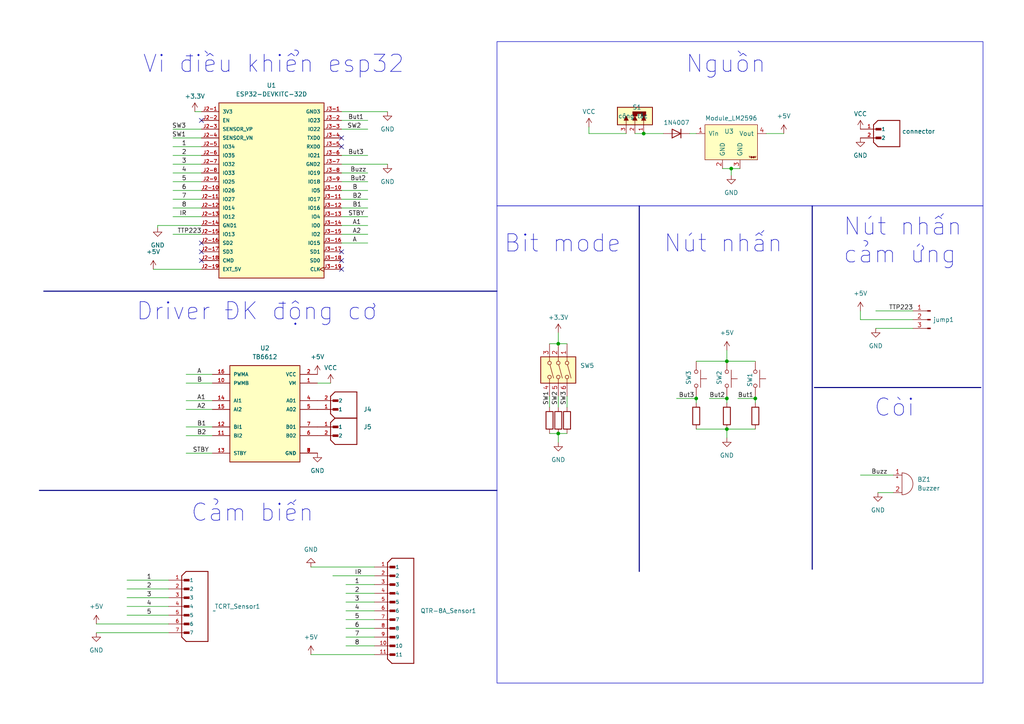
<source format=kicad_sch>
(kicad_sch (version 20230121) (generator eeschema)

  (uuid 3100fd85-0659-4953-920d-cef995725af3)

  (paper "A4")

  (lib_symbols
    (symbol "B11B-XH-A_LF__SN_:B11B-XH-A_LF__SN_" (pin_names (offset 1.016)) (in_bom yes) (on_board yes)
      (property "Reference" "J" (at -2.54 16.51 0)
        (effects (font (size 1.27 1.27)) (justify left bottom))
      )
      (property "Value" "B11B-XH-A_LF__SN_" (at -2.54 -17.78 0)
        (effects (font (size 1.27 1.27)) (justify left bottom))
      )
      (property "Footprint" "B11B-XH-A_LF__SN_:JST_B11B-XH-A_LF__SN_" (at 0 0 0)
        (effects (font (size 1.27 1.27)) (justify bottom) hide)
      )
      (property "Datasheet" "" (at 0 0 0)
        (effects (font (size 1.27 1.27)) hide)
      )
      (property "DigiKey_Part_Number" "" (at 0 0 0)
        (effects (font (size 1.27 1.27)) (justify bottom) hide)
      )
      (property "SnapEDA_Link" "https://www.snapeda.com/parts/B11B-XH-A(LF)(SN)/JST+Sales+America+Inc./view-part/?ref=snap" (at 0 0 0)
        (effects (font (size 1.27 1.27)) (justify bottom) hide)
      )
      (property "MAXIMUM_PACKAGE_HEIGHT" "7.00 mm" (at 0 0 0)
        (effects (font (size 1.27 1.27)) (justify bottom) hide)
      )
      (property "Package" "None" (at 0 0 0)
        (effects (font (size 1.27 1.27)) (justify bottom) hide)
      )
      (property "Check_prices" "https://www.snapeda.com/parts/B11B-XH-A(LF)(SN)/JST+Sales+America+Inc./view-part/?ref=eda" (at 0 0 0)
        (effects (font (size 1.27 1.27)) (justify bottom) hide)
      )
      (property "STANDARD" "Manufacturer Recommendations" (at 0 0 0)
        (effects (font (size 1.27 1.27)) (justify bottom) hide)
      )
      (property "PARTREV" "7/4/21" (at 0 0 0)
        (effects (font (size 1.27 1.27)) (justify bottom) hide)
      )
      (property "MF" "JST Sales" (at 0 0 0)
        (effects (font (size 1.27 1.27)) (justify bottom) hide)
      )
      (property "MP" "B11B-XH-A(LF)(SN)" (at 0 0 0)
        (effects (font (size 1.27 1.27)) (justify bottom) hide)
      )
      (property "Description" "\nConnector Header Through Hole 11 position 0.098 (2.50mm)\n" (at 0 0 0)
        (effects (font (size 1.27 1.27)) (justify bottom) hide)
      )
      (property "MANUFACTURER" "JST" (at 0 0 0)
        (effects (font (size 1.27 1.27)) (justify bottom) hide)
      )
      (symbol "B11B-XH-A_LF__SN__0_0"
        (rectangle (start -3.175 -13.0175) (end -1.5875 -12.3825)
          (stroke (width 0.1) (type default))
          (fill (type outline))
        )
        (rectangle (start -3.175 -10.4775) (end -1.5875 -9.8425)
          (stroke (width 0.1) (type default))
          (fill (type outline))
        )
        (rectangle (start -3.175 -7.9375) (end -1.5875 -7.3025)
          (stroke (width 0.1) (type default))
          (fill (type outline))
        )
        (rectangle (start -3.175 -5.3975) (end -1.5875 -4.7625)
          (stroke (width 0.1) (type default))
          (fill (type outline))
        )
        (rectangle (start -3.175 -2.8575) (end -1.5875 -2.2225)
          (stroke (width 0.1) (type default))
          (fill (type outline))
        )
        (rectangle (start -3.175 -0.3175) (end -1.5875 0.3175)
          (stroke (width 0.1) (type default))
          (fill (type outline))
        )
        (rectangle (start -3.175 2.2225) (end -1.5875 2.8575)
          (stroke (width 0.1) (type default))
          (fill (type outline))
        )
        (rectangle (start -3.175 4.7625) (end -1.5875 5.3975)
          (stroke (width 0.1) (type default))
          (fill (type outline))
        )
        (rectangle (start -3.175 7.3025) (end -1.5875 7.9375)
          (stroke (width 0.1) (type default))
          (fill (type outline))
        )
        (rectangle (start -3.175 9.8425) (end -1.5875 10.4775)
          (stroke (width 0.1) (type default))
          (fill (type outline))
        )
        (rectangle (start -3.175 12.3825) (end -1.5875 13.0175)
          (stroke (width 0.1) (type default))
          (fill (type outline))
        )
        (polyline
          (pts
            (xy -3.81 -13.97)
            (xy -2.54 -15.24)
          )
          (stroke (width 0.254) (type default))
          (fill (type none))
        )
        (polyline
          (pts
            (xy -3.81 13.97)
            (xy -3.81 -13.97)
          )
          (stroke (width 0.254) (type default))
          (fill (type none))
        )
        (polyline
          (pts
            (xy -3.81 13.97)
            (xy -2.54 15.24)
          )
          (stroke (width 0.254) (type default))
          (fill (type none))
        )
        (polyline
          (pts
            (xy -2.54 -15.24)
            (xy 3.81 -15.24)
          )
          (stroke (width 0.254) (type default))
          (fill (type none))
        )
        (polyline
          (pts
            (xy 3.81 -15.24)
            (xy 3.81 15.24)
          )
          (stroke (width 0.254) (type default))
          (fill (type none))
        )
        (polyline
          (pts
            (xy 3.81 15.24)
            (xy -2.54 15.24)
          )
          (stroke (width 0.254) (type default))
          (fill (type none))
        )
        (pin passive line (at -7.62 12.7 0) (length 5.08)
          (name "1" (effects (font (size 1.016 1.016))))
          (number "1" (effects (font (size 1.016 1.016))))
        )
        (pin passive line (at -7.62 -10.16 0) (length 5.08)
          (name "10" (effects (font (size 1.016 1.016))))
          (number "10" (effects (font (size 1.016 1.016))))
        )
        (pin passive line (at -7.62 -12.7 0) (length 5.08)
          (name "11" (effects (font (size 1.016 1.016))))
          (number "11" (effects (font (size 1.016 1.016))))
        )
        (pin passive line (at -7.62 10.16 0) (length 5.08)
          (name "2" (effects (font (size 1.016 1.016))))
          (number "2" (effects (font (size 1.016 1.016))))
        )
        (pin passive line (at -7.62 7.62 0) (length 5.08)
          (name "3" (effects (font (size 1.016 1.016))))
          (number "3" (effects (font (size 1.016 1.016))))
        )
        (pin passive line (at -7.62 5.08 0) (length 5.08)
          (name "4" (effects (font (size 1.016 1.016))))
          (number "4" (effects (font (size 1.016 1.016))))
        )
        (pin passive line (at -7.62 2.54 0) (length 5.08)
          (name "5" (effects (font (size 1.016 1.016))))
          (number "5" (effects (font (size 1.016 1.016))))
        )
        (pin passive line (at -7.62 0 0) (length 5.08)
          (name "6" (effects (font (size 1.016 1.016))))
          (number "6" (effects (font (size 1.016 1.016))))
        )
        (pin passive line (at -7.62 -2.54 0) (length 5.08)
          (name "7" (effects (font (size 1.016 1.016))))
          (number "7" (effects (font (size 1.016 1.016))))
        )
        (pin passive line (at -7.62 -5.08 0) (length 5.08)
          (name "8" (effects (font (size 1.016 1.016))))
          (number "8" (effects (font (size 1.016 1.016))))
        )
        (pin passive line (at -7.62 -7.62 0) (length 5.08)
          (name "9" (effects (font (size 1.016 1.016))))
          (number "9" (effects (font (size 1.016 1.016))))
        )
      )
    )
    (symbol "B2B-XH-A_LF__SN_:B2B-XH-A_LF__SN_" (pin_names (offset 1.016)) (in_bom yes) (on_board yes)
      (property "Reference" "J" (at -2.54 6.35 0)
        (effects (font (size 1.27 1.27)) (justify left bottom))
      )
      (property "Value" "B2B-XH-A_LF__SN_" (at -2.54 -5.08 0)
        (effects (font (size 1.27 1.27)) (justify left bottom))
      )
      (property "Footprint" "B2B-XH-A_LF__SN_:JST_B2B-XH-A_LF__SN_" (at 0 0 0)
        (effects (font (size 1.27 1.27)) (justify bottom) hide)
      )
      (property "Datasheet" "" (at 0 0 0)
        (effects (font (size 1.27 1.27)) hide)
      )
      (property "MF" "JST Sales" (at 0 0 0)
        (effects (font (size 1.27 1.27)) (justify bottom) hide)
      )
      (property "MAXIMUM_PACKAGE_HEIGHT" "7 mm" (at 0 0 0)
        (effects (font (size 1.27 1.27)) (justify bottom) hide)
      )
      (property "Package" "None" (at 0 0 0)
        (effects (font (size 1.27 1.27)) (justify bottom) hide)
      )
      (property "Price" "None" (at 0 0 0)
        (effects (font (size 1.27 1.27)) (justify bottom) hide)
      )
      (property "Check_prices" "https://www.snapeda.com/parts/B2B-XH-A(LF)(SN)/JST+Sales+America+Inc./view-part/?ref=eda" (at 0 0 0)
        (effects (font (size 1.27 1.27)) (justify bottom) hide)
      )
      (property "STANDARD" "Manufacturer Recommendations" (at 0 0 0)
        (effects (font (size 1.27 1.27)) (justify bottom) hide)
      )
      (property "PARTREV" "N/A" (at 0 0 0)
        (effects (font (size 1.27 1.27)) (justify bottom) hide)
      )
      (property "SnapEDA_Link" "https://www.snapeda.com/parts/B2B-XH-A(LF)(SN)/JST+Sales+America+Inc./view-part/?ref=snap" (at 0 0 0)
        (effects (font (size 1.27 1.27)) (justify bottom) hide)
      )
      (property "MP" "B2B-XH-A(LF)(SN)" (at 0 0 0)
        (effects (font (size 1.27 1.27)) (justify bottom) hide)
      )
      (property "Description" "\nConnector Header Through Hole 2 position 0.098 (2.50mm)\n" (at 0 0 0)
        (effects (font (size 1.27 1.27)) (justify bottom) hide)
      )
      (property "Availability" "In Stock" (at 0 0 0)
        (effects (font (size 1.27 1.27)) (justify bottom) hide)
      )
      (property "MANUFACTURER" "JST Sales America Inc." (at 0 0 0)
        (effects (font (size 1.27 1.27)) (justify bottom) hide)
      )
      (symbol "B2B-XH-A_LF__SN__0_0"
        (rectangle (start -3.175 -0.3175) (end -1.5875 0.3175)
          (stroke (width 0.1) (type default))
          (fill (type outline))
        )
        (rectangle (start -3.175 2.2225) (end -1.5875 2.8575)
          (stroke (width 0.1) (type default))
          (fill (type outline))
        )
        (polyline
          (pts
            (xy -3.81 -1.27)
            (xy -2.54 -2.54)
          )
          (stroke (width 0.254) (type default))
          (fill (type none))
        )
        (polyline
          (pts
            (xy -3.81 3.81)
            (xy -3.81 -1.27)
          )
          (stroke (width 0.254) (type default))
          (fill (type none))
        )
        (polyline
          (pts
            (xy -3.81 3.81)
            (xy -2.54 5.08)
          )
          (stroke (width 0.254) (type default))
          (fill (type none))
        )
        (polyline
          (pts
            (xy -2.54 -2.54)
            (xy 3.81 -2.54)
          )
          (stroke (width 0.254) (type default))
          (fill (type none))
        )
        (polyline
          (pts
            (xy 3.81 -2.54)
            (xy 3.81 5.08)
          )
          (stroke (width 0.254) (type default))
          (fill (type none))
        )
        (polyline
          (pts
            (xy 3.81 5.08)
            (xy -2.54 5.08)
          )
          (stroke (width 0.254) (type default))
          (fill (type none))
        )
        (pin passive line (at -7.62 2.54 0) (length 5.08)
          (name "1" (effects (font (size 1.016 1.016))))
          (number "1" (effects (font (size 1.016 1.016))))
        )
        (pin passive line (at -7.62 0 0) (length 5.08)
          (name "2" (effects (font (size 1.016 1.016))))
          (number "2" (effects (font (size 1.016 1.016))))
        )
      )
    )
    (symbol "B7B-XH-A_LF__SN_:B7B-XH-A_LF__SN_" (pin_names (offset 1.016)) (in_bom yes) (on_board yes)
      (property "Reference" "J" (at -2.54 11.43 0)
        (effects (font (size 1.27 1.27)) (justify left bottom))
      )
      (property "Value" "B7B-XH-A_LF__SN_" (at -2.54 -12.7 0)
        (effects (font (size 1.27 1.27)) (justify left bottom))
      )
      (property "Footprint" "B7B-XH-A_LF__SN_:JST_B7B-XH-A_LF__SN_" (at 0 0 0)
        (effects (font (size 1.27 1.27)) (justify bottom) hide)
      )
      (property "Datasheet" "" (at 0 0 0)
        (effects (font (size 1.27 1.27)) hide)
      )
      (property "MF" "JST Sales" (at 0 0 0)
        (effects (font (size 1.27 1.27)) (justify bottom) hide)
      )
      (property "MAXIMUM_PACKAGE_HEIGHT" "7.00 mm" (at 0 0 0)
        (effects (font (size 1.27 1.27)) (justify bottom) hide)
      )
      (property "Package" "None" (at 0 0 0)
        (effects (font (size 1.27 1.27)) (justify bottom) hide)
      )
      (property "Price" "None" (at 0 0 0)
        (effects (font (size 1.27 1.27)) (justify bottom) hide)
      )
      (property "Check_prices" "https://www.snapeda.com/parts/B7B-XH-A%20(LF)(SN)/JST+Sales+America+Inc./view-part/?ref=eda" (at 0 0 0)
        (effects (font (size 1.27 1.27)) (justify bottom) hide)
      )
      (property "STANDARD" "Manufacturer Recommendations" (at 0 0 0)
        (effects (font (size 1.27 1.27)) (justify bottom) hide)
      )
      (property "PARTREV" "7/4/21" (at 0 0 0)
        (effects (font (size 1.27 1.27)) (justify bottom) hide)
      )
      (property "SnapEDA_Link" "https://www.snapeda.com/parts/B7B-XH-A%20(LF)(SN)/JST+Sales+America+Inc./view-part/?ref=snap" (at 0 0 0)
        (effects (font (size 1.27 1.27)) (justify bottom) hide)
      )
      (property "MP" "B7B-XH-A (LF)(SN)" (at 0 0 0)
        (effects (font (size 1.27 1.27)) (justify bottom) hide)
      )
      (property "Description" "\nConnector Header Through Hole 7 position 0.098 (2.50mm)\n" (at 0 0 0)
        (effects (font (size 1.27 1.27)) (justify bottom) hide)
      )
      (property "Availability" "In Stock" (at 0 0 0)
        (effects (font (size 1.27 1.27)) (justify bottom) hide)
      )
      (property "MANUFACTURER" "JST" (at 0 0 0)
        (effects (font (size 1.27 1.27)) (justify bottom) hide)
      )
      (symbol "B7B-XH-A_LF__SN__0_0"
        (rectangle (start -3.175 -7.9375) (end -1.5875 -7.3025)
          (stroke (width 0.1) (type default))
          (fill (type outline))
        )
        (rectangle (start -3.175 -5.3975) (end -1.5875 -4.7625)
          (stroke (width 0.1) (type default))
          (fill (type outline))
        )
        (rectangle (start -3.175 -2.8575) (end -1.5875 -2.2225)
          (stroke (width 0.1) (type default))
          (fill (type outline))
        )
        (rectangle (start -3.175 -0.3175) (end -1.5875 0.3175)
          (stroke (width 0.1) (type default))
          (fill (type outline))
        )
        (rectangle (start -3.175 2.2225) (end -1.5875 2.8575)
          (stroke (width 0.1) (type default))
          (fill (type outline))
        )
        (rectangle (start -3.175 4.7625) (end -1.5875 5.3975)
          (stroke (width 0.1) (type default))
          (fill (type outline))
        )
        (rectangle (start -3.175 7.3025) (end -1.5875 7.9375)
          (stroke (width 0.1) (type default))
          (fill (type outline))
        )
        (polyline
          (pts
            (xy -3.81 -8.89)
            (xy -2.54 -10.16)
          )
          (stroke (width 0.254) (type default))
          (fill (type none))
        )
        (polyline
          (pts
            (xy -3.81 8.89)
            (xy -3.81 -8.89)
          )
          (stroke (width 0.254) (type default))
          (fill (type none))
        )
        (polyline
          (pts
            (xy -3.81 8.89)
            (xy -2.54 10.16)
          )
          (stroke (width 0.254) (type default))
          (fill (type none))
        )
        (polyline
          (pts
            (xy -2.54 -10.16)
            (xy 3.81 -10.16)
          )
          (stroke (width 0.254) (type default))
          (fill (type none))
        )
        (polyline
          (pts
            (xy 3.81 -10.16)
            (xy 3.81 10.16)
          )
          (stroke (width 0.254) (type default))
          (fill (type none))
        )
        (polyline
          (pts
            (xy 3.81 10.16)
            (xy -2.54 10.16)
          )
          (stroke (width 0.254) (type default))
          (fill (type none))
        )
        (pin passive line (at -7.62 7.62 0) (length 5.08)
          (name "1" (effects (font (size 1.016 1.016))))
          (number "1" (effects (font (size 1.016 1.016))))
        )
        (pin passive line (at -7.62 5.08 0) (length 5.08)
          (name "2" (effects (font (size 1.016 1.016))))
          (number "2" (effects (font (size 1.016 1.016))))
        )
        (pin passive line (at -7.62 2.54 0) (length 5.08)
          (name "3" (effects (font (size 1.016 1.016))))
          (number "3" (effects (font (size 1.016 1.016))))
        )
        (pin passive line (at -7.62 0 0) (length 5.08)
          (name "4" (effects (font (size 1.016 1.016))))
          (number "4" (effects (font (size 1.016 1.016))))
        )
        (pin passive line (at -7.62 -2.54 0) (length 5.08)
          (name "5" (effects (font (size 1.016 1.016))))
          (number "5" (effects (font (size 1.016 1.016))))
        )
        (pin passive line (at -7.62 -5.08 0) (length 5.08)
          (name "6" (effects (font (size 1.016 1.016))))
          (number "6" (effects (font (size 1.016 1.016))))
        )
        (pin passive line (at -7.62 -7.62 0) (length 5.08)
          (name "7" (effects (font (size 1.016 1.016))))
          (number "7" (effects (font (size 1.016 1.016))))
        )
      )
    )
    (symbol "Connector:Conn_01x03_Pin" (pin_names (offset 1.016) hide) (in_bom yes) (on_board yes)
      (property "Reference" "J" (at 0 5.08 0)
        (effects (font (size 1.27 1.27)))
      )
      (property "Value" "Conn_01x03_Pin" (at 0 -5.08 0)
        (effects (font (size 1.27 1.27)))
      )
      (property "Footprint" "" (at 0 0 0)
        (effects (font (size 1.27 1.27)) hide)
      )
      (property "Datasheet" "~" (at 0 0 0)
        (effects (font (size 1.27 1.27)) hide)
      )
      (property "ki_locked" "" (at 0 0 0)
        (effects (font (size 1.27 1.27)))
      )
      (property "ki_keywords" "connector" (at 0 0 0)
        (effects (font (size 1.27 1.27)) hide)
      )
      (property "ki_description" "Generic connector, single row, 01x03, script generated" (at 0 0 0)
        (effects (font (size 1.27 1.27)) hide)
      )
      (property "ki_fp_filters" "Connector*:*_1x??_*" (at 0 0 0)
        (effects (font (size 1.27 1.27)) hide)
      )
      (symbol "Conn_01x03_Pin_1_1"
        (polyline
          (pts
            (xy 1.27 -2.54)
            (xy 0.8636 -2.54)
          )
          (stroke (width 0.1524) (type default))
          (fill (type none))
        )
        (polyline
          (pts
            (xy 1.27 0)
            (xy 0.8636 0)
          )
          (stroke (width 0.1524) (type default))
          (fill (type none))
        )
        (polyline
          (pts
            (xy 1.27 2.54)
            (xy 0.8636 2.54)
          )
          (stroke (width 0.1524) (type default))
          (fill (type none))
        )
        (rectangle (start 0.8636 -2.413) (end 0 -2.667)
          (stroke (width 0.1524) (type default))
          (fill (type outline))
        )
        (rectangle (start 0.8636 0.127) (end 0 -0.127)
          (stroke (width 0.1524) (type default))
          (fill (type outline))
        )
        (rectangle (start 0.8636 2.667) (end 0 2.413)
          (stroke (width 0.1524) (type default))
          (fill (type outline))
        )
        (pin passive line (at 5.08 2.54 180) (length 3.81)
          (name "Pin_1" (effects (font (size 1.27 1.27))))
          (number "1" (effects (font (size 1.27 1.27))))
        )
        (pin passive line (at 5.08 0 180) (length 3.81)
          (name "Pin_2" (effects (font (size 1.27 1.27))))
          (number "2" (effects (font (size 1.27 1.27))))
        )
        (pin passive line (at 5.08 -2.54 180) (length 3.81)
          (name "Pin_3" (effects (font (size 1.27 1.27))))
          (number "3" (effects (font (size 1.27 1.27))))
        )
      )
    )
    (symbol "Device:Buzzer" (pin_names (offset 0.0254) hide) (in_bom yes) (on_board yes)
      (property "Reference" "BZ" (at 3.81 1.27 0)
        (effects (font (size 1.27 1.27)) (justify left))
      )
      (property "Value" "Buzzer" (at 3.81 -1.27 0)
        (effects (font (size 1.27 1.27)) (justify left))
      )
      (property "Footprint" "" (at -0.635 2.54 90)
        (effects (font (size 1.27 1.27)) hide)
      )
      (property "Datasheet" "~" (at -0.635 2.54 90)
        (effects (font (size 1.27 1.27)) hide)
      )
      (property "ki_keywords" "quartz resonator ceramic" (at 0 0 0)
        (effects (font (size 1.27 1.27)) hide)
      )
      (property "ki_description" "Buzzer, polarized" (at 0 0 0)
        (effects (font (size 1.27 1.27)) hide)
      )
      (property "ki_fp_filters" "*Buzzer*" (at 0 0 0)
        (effects (font (size 1.27 1.27)) hide)
      )
      (symbol "Buzzer_0_1"
        (arc (start 0 -3.175) (mid 3.1612 0) (end 0 3.175)
          (stroke (width 0) (type default))
          (fill (type none))
        )
        (polyline
          (pts
            (xy -1.651 1.905)
            (xy -1.143 1.905)
          )
          (stroke (width 0) (type default))
          (fill (type none))
        )
        (polyline
          (pts
            (xy -1.397 2.159)
            (xy -1.397 1.651)
          )
          (stroke (width 0) (type default))
          (fill (type none))
        )
        (polyline
          (pts
            (xy 0 3.175)
            (xy 0 -3.175)
          )
          (stroke (width 0) (type default))
          (fill (type none))
        )
      )
      (symbol "Buzzer_1_1"
        (pin passive line (at -2.54 2.54 0) (length 2.54)
          (name "-" (effects (font (size 1.27 1.27))))
          (number "1" (effects (font (size 1.27 1.27))))
        )
        (pin passive line (at -2.54 -2.54 0) (length 2.54)
          (name "+" (effects (font (size 1.27 1.27))))
          (number "2" (effects (font (size 1.27 1.27))))
        )
      )
    )
    (symbol "Device:R" (pin_numbers hide) (pin_names (offset 0)) (in_bom yes) (on_board yes)
      (property "Reference" "R" (at 2.032 0 90)
        (effects (font (size 1.27 1.27)))
      )
      (property "Value" "R" (at 0 0 90)
        (effects (font (size 1.27 1.27)))
      )
      (property "Footprint" "" (at -1.778 0 90)
        (effects (font (size 1.27 1.27)) hide)
      )
      (property "Datasheet" "~" (at 0 0 0)
        (effects (font (size 1.27 1.27)) hide)
      )
      (property "ki_keywords" "R res resistor" (at 0 0 0)
        (effects (font (size 1.27 1.27)) hide)
      )
      (property "ki_description" "Resistor" (at 0 0 0)
        (effects (font (size 1.27 1.27)) hide)
      )
      (property "ki_fp_filters" "R_*" (at 0 0 0)
        (effects (font (size 1.27 1.27)) hide)
      )
      (symbol "R_0_1"
        (rectangle (start -1.016 -2.54) (end 1.016 2.54)
          (stroke (width 0.254) (type default))
          (fill (type none))
        )
      )
      (symbol "R_1_1"
        (pin passive line (at 0 3.81 270) (length 1.27)
          (name "~" (effects (font (size 1.27 1.27))))
          (number "1" (effects (font (size 1.27 1.27))))
        )
        (pin passive line (at 0 -3.81 90) (length 1.27)
          (name "~" (effects (font (size 1.27 1.27))))
          (number "2" (effects (font (size 1.27 1.27))))
        )
      )
    )
    (symbol "Diode:1N4007" (pin_numbers hide) (pin_names hide) (in_bom yes) (on_board yes)
      (property "Reference" "D" (at 0 2.54 0)
        (effects (font (size 1.27 1.27)))
      )
      (property "Value" "1N4007" (at 0 -2.54 0)
        (effects (font (size 1.27 1.27)))
      )
      (property "Footprint" "Diode_THT:D_DO-41_SOD81_P10.16mm_Horizontal" (at 0 -4.445 0)
        (effects (font (size 1.27 1.27)) hide)
      )
      (property "Datasheet" "http://www.vishay.com/docs/88503/1n4001.pdf" (at 0 0 0)
        (effects (font (size 1.27 1.27)) hide)
      )
      (property "Sim.Device" "D" (at 0 0 0)
        (effects (font (size 1.27 1.27)) hide)
      )
      (property "Sim.Pins" "1=K 2=A" (at 0 0 0)
        (effects (font (size 1.27 1.27)) hide)
      )
      (property "ki_keywords" "diode" (at 0 0 0)
        (effects (font (size 1.27 1.27)) hide)
      )
      (property "ki_description" "1000V 1A General Purpose Rectifier Diode, DO-41" (at 0 0 0)
        (effects (font (size 1.27 1.27)) hide)
      )
      (property "ki_fp_filters" "D*DO?41*" (at 0 0 0)
        (effects (font (size 1.27 1.27)) hide)
      )
      (symbol "1N4007_0_1"
        (polyline
          (pts
            (xy -1.27 1.27)
            (xy -1.27 -1.27)
          )
          (stroke (width 0.254) (type default))
          (fill (type none))
        )
        (polyline
          (pts
            (xy 1.27 0)
            (xy -1.27 0)
          )
          (stroke (width 0) (type default))
          (fill (type none))
        )
        (polyline
          (pts
            (xy 1.27 1.27)
            (xy 1.27 -1.27)
            (xy -1.27 0)
            (xy 1.27 1.27)
          )
          (stroke (width 0.254) (type default))
          (fill (type none))
        )
      )
      (symbol "1N4007_1_1"
        (pin passive line (at -3.81 0 0) (length 2.54)
          (name "K" (effects (font (size 1.27 1.27))))
          (number "1" (effects (font (size 1.27 1.27))))
        )
        (pin passive line (at 3.81 0 180) (length 2.54)
          (name "A" (effects (font (size 1.27 1.27))))
          (number "2" (effects (font (size 1.27 1.27))))
        )
      )
    )
    (symbol "EG1218:EG1218" (pin_names (offset 1.016)) (in_bom yes) (on_board yes)
      (property "Reference" "S" (at -5.08 5.842 0)
        (effects (font (size 1.27 1.27)) (justify left bottom))
      )
      (property "Value" "EG1218" (at -5.08 -7.62 0)
        (effects (font (size 1.27 1.27)) (justify left bottom))
      )
      (property "Footprint" "EG1218:SW_EG1218" (at 0 0 0)
        (effects (font (size 1.27 1.27)) (justify bottom) hide)
      )
      (property "Datasheet" "" (at 0 0 0)
        (effects (font (size 1.27 1.27)) hide)
      )
      (property "MF" "E-Switch" (at 0 0 0)
        (effects (font (size 1.27 1.27)) (justify bottom) hide)
      )
      (property "DESCRIPTION" "Slide Switch SPDT Through Hole" (at 0 0 0)
        (effects (font (size 1.27 1.27)) (justify bottom) hide)
      )
      (property "PACKAGE" "None" (at 0 0 0)
        (effects (font (size 1.27 1.27)) (justify bottom) hide)
      )
      (property "PRICE" "None" (at 0 0 0)
        (effects (font (size 1.27 1.27)) (justify bottom) hide)
      )
      (property "Package" "None" (at 0 0 0)
        (effects (font (size 1.27 1.27)) (justify bottom) hide)
      )
      (property "Check_prices" "https://www.snapeda.com/parts/EG1218/E-Switch/view-part/?ref=eda" (at 0 0 0)
        (effects (font (size 1.27 1.27)) (justify bottom) hide)
      )
      (property "Price" "None" (at 0 0 0)
        (effects (font (size 1.27 1.27)) (justify bottom) hide)
      )
      (property "SnapEDA_Link" "https://www.snapeda.com/parts/EG1218/E-Switch/view-part/?ref=snap" (at 0 0 0)
        (effects (font (size 1.27 1.27)) (justify bottom) hide)
      )
      (property "MP" "EG1218" (at 0 0 0)
        (effects (font (size 1.27 1.27)) (justify bottom) hide)
      )
      (property "Purchase-URL" "https://www.snapeda.com/api/url_track_click_mouser/?unipart_id=13895&manufacturer=E-Switch&part_name=EG1218&search_term=None" (at 0 0 0)
        (effects (font (size 1.27 1.27)) (justify bottom) hide)
      )
      (property "Description" "\nSlide Switch, EG Series, SPDT, Non-Shorting, ON-ON, 200mA DC, 30VDC, PC Pin | E-Switch EG1218\n" (at 0 0 0)
        (effects (font (size 1.27 1.27)) (justify bottom) hide)
      )
      (property "Availability" "In Stock" (at 0 0 0)
        (effects (font (size 1.27 1.27)) (justify bottom) hide)
      )
      (property "AVAILABILITY" "In Stock" (at 0 0 0)
        (effects (font (size 1.27 1.27)) (justify bottom) hide)
      )
      (property "PURCHASE-URL" "https://pricing.snapeda.com/search/part/EG1218/?ref=eda" (at 0 0 0)
        (effects (font (size 1.27 1.27)) (justify bottom) hide)
      )
      (symbol "EG1218_0_0"
        (rectangle (start -2.54 -5.08) (end 2.54 5.08)
          (stroke (width 0.254) (type default))
          (fill (type background))
        )
        (polyline
          (pts
            (xy -2.54 -2.54)
            (xy -1.27 -2.54)
          )
          (stroke (width 0.1524) (type default))
          (fill (type none))
        )
        (polyline
          (pts
            (xy -2.54 0)
            (xy -1.27 0)
          )
          (stroke (width 0.1524) (type default))
          (fill (type none))
        )
        (polyline
          (pts
            (xy -2.54 2.54)
            (xy -1.27 2.54)
          )
          (stroke (width 0.1524) (type default))
          (fill (type none))
        )
        (polyline
          (pts
            (xy -1.27 -1.905)
            (xy -1.27 -3.175)
            (xy 0 -2.54)
            (xy -1.27 -1.905)
          )
          (stroke (width 0.1524) (type default))
          (fill (type outline))
        )
        (polyline
          (pts
            (xy -1.27 0.635)
            (xy -1.27 -0.635)
            (xy 0 0)
            (xy -1.27 0.635)
          )
          (stroke (width 0.1524) (type default))
          (fill (type outline))
        )
        (polyline
          (pts
            (xy -1.27 3.175)
            (xy -1.27 1.905)
            (xy 0 2.54)
            (xy -1.27 3.175)
          )
          (stroke (width 0.1524) (type default))
          (fill (type outline))
        )
        (polyline
          (pts
            (xy 0 1.905)
            (xy 0 3.175)
            (xy 1.27 3.175)
            (xy 1.27 -0.635)
            (xy 0 -0.635)
            (xy 0 0.635)
            (xy 0.635 0.635)
            (xy 0.635 1.905)
            (xy 0 1.905)
          )
          (stroke (width 0.1524) (type default))
          (fill (type outline))
        )
        (pin passive line (at -5.08 2.54 0) (length 2.54)
          (name "~" (effects (font (size 1.016 1.016))))
          (number "1" (effects (font (size 1.016 1.016))))
        )
        (pin passive line (at -5.08 0 0) (length 2.54)
          (name "~" (effects (font (size 1.016 1.016))))
          (number "2" (effects (font (size 1.016 1.016))))
        )
        (pin passive line (at -5.08 -2.54 0) (length 2.54)
          (name "~" (effects (font (size 1.016 1.016))))
          (number "3" (effects (font (size 1.016 1.016))))
        )
      )
    )
    (symbol "ESP32-DEVKITC-32D:ESP32-DEVKITC-32D" (pin_names (offset 1.016)) (in_bom yes) (on_board yes)
      (property "Reference" "U" (at -15.2572 26.0643 0)
        (effects (font (size 1.27 1.27)) (justify left bottom))
      )
      (property "Value" "ESP32-DEVKITC-32D" (at -15.2563 -27.9698 0)
        (effects (font (size 1.27 1.27)) (justify left bottom))
      )
      (property "Footprint" "ESP32-DEVKITC-32D:MODULE_ESP32-DEVKITC-32D" (at 0 0 0)
        (effects (font (size 1.27 1.27)) (justify bottom) hide)
      )
      (property "Datasheet" "" (at 0 0 0)
        (effects (font (size 1.27 1.27)) hide)
      )
      (property "MF" "Espressif Systems" (at 0 0 0)
        (effects (font (size 1.27 1.27)) (justify bottom) hide)
      )
      (property "MAXIMUM_PACKAGE_HEIGHT" "N/A" (at 0 0 0)
        (effects (font (size 1.27 1.27)) (justify bottom) hide)
      )
      (property "Package" "None" (at 0 0 0)
        (effects (font (size 1.27 1.27)) (justify bottom) hide)
      )
      (property "Price" "None" (at 0 0 0)
        (effects (font (size 1.27 1.27)) (justify bottom) hide)
      )
      (property "Check_prices" "https://www.snapeda.com/parts/ESP32-DEVKITC-32D/Espressif+Systems/view-part/?ref=eda" (at 0 0 0)
        (effects (font (size 1.27 1.27)) (justify bottom) hide)
      )
      (property "STANDARD" "Manufacturer Recommendations" (at 0 0 0)
        (effects (font (size 1.27 1.27)) (justify bottom) hide)
      )
      (property "PARTREV" "V4" (at 0 0 0)
        (effects (font (size 1.27 1.27)) (justify bottom) hide)
      )
      (property "SnapEDA_Link" "https://www.snapeda.com/parts/ESP32-DEVKITC-32D/Espressif+Systems/view-part/?ref=snap" (at 0 0 0)
        (effects (font (size 1.27 1.27)) (justify bottom) hide)
      )
      (property "MP" "ESP32-DEVKITC-32D" (at 0 0 0)
        (effects (font (size 1.27 1.27)) (justify bottom) hide)
      )
      (property "Purchase-URL" "https://www.snapeda.com/api/url_track_click_mouser/?unipart_id=2777395&manufacturer=Espressif Systems&part_name=ESP32-DEVKITC-32D&search_term=None" (at 0 0 0)
        (effects (font (size 1.27 1.27)) (justify bottom) hide)
      )
      (property "Description" "\nWiFi Development Tools (802.11) ESP32 General Development Kit, ESP32-WROOM-32D on the board\n" (at 0 0 0)
        (effects (font (size 1.27 1.27)) (justify bottom) hide)
      )
      (property "MANUFACTURER" "Espressif Systems" (at 0 0 0)
        (effects (font (size 1.27 1.27)) (justify bottom) hide)
      )
      (property "Availability" "In Stock" (at 0 0 0)
        (effects (font (size 1.27 1.27)) (justify bottom) hide)
      )
      (property "SNAPEDA_PN" "ESP32-DEVKITC-32D" (at 0 0 0)
        (effects (font (size 1.27 1.27)) (justify bottom) hide)
      )
      (symbol "ESP32-DEVKITC-32D_0_0"
        (rectangle (start -15.24 -25.4) (end 15.24 25.4)
          (stroke (width 0.254) (type default))
          (fill (type background))
        )
        (pin power_in line (at -20.32 22.86 0) (length 5.08)
          (name "3V3" (effects (font (size 1.016 1.016))))
          (number "J2-1" (effects (font (size 1.016 1.016))))
        )
        (pin bidirectional line (at -20.32 0 0) (length 5.08)
          (name "IO26" (effects (font (size 1.016 1.016))))
          (number "J2-10" (effects (font (size 1.016 1.016))))
        )
        (pin bidirectional line (at -20.32 -2.54 0) (length 5.08)
          (name "IO27" (effects (font (size 1.016 1.016))))
          (number "J2-11" (effects (font (size 1.016 1.016))))
        )
        (pin bidirectional line (at -20.32 -5.08 0) (length 5.08)
          (name "IO14" (effects (font (size 1.016 1.016))))
          (number "J2-12" (effects (font (size 1.016 1.016))))
        )
        (pin bidirectional line (at -20.32 -7.62 0) (length 5.08)
          (name "IO12" (effects (font (size 1.016 1.016))))
          (number "J2-13" (effects (font (size 1.016 1.016))))
        )
        (pin power_in line (at -20.32 -10.16 0) (length 5.08)
          (name "GND1" (effects (font (size 1.016 1.016))))
          (number "J2-14" (effects (font (size 1.016 1.016))))
        )
        (pin bidirectional line (at -20.32 -12.7 0) (length 5.08)
          (name "IO13" (effects (font (size 1.016 1.016))))
          (number "J2-15" (effects (font (size 1.016 1.016))))
        )
        (pin bidirectional line (at -20.32 -15.24 0) (length 5.08)
          (name "SD2" (effects (font (size 1.016 1.016))))
          (number "J2-16" (effects (font (size 1.016 1.016))))
        )
        (pin bidirectional line (at -20.32 -17.78 0) (length 5.08)
          (name "SD3" (effects (font (size 1.016 1.016))))
          (number "J2-17" (effects (font (size 1.016 1.016))))
        )
        (pin bidirectional line (at -20.32 -20.32 0) (length 5.08)
          (name "CMD" (effects (font (size 1.016 1.016))))
          (number "J2-18" (effects (font (size 1.016 1.016))))
        )
        (pin power_in line (at -20.32 -22.86 0) (length 5.08)
          (name "EXT_5V" (effects (font (size 1.016 1.016))))
          (number "J2-19" (effects (font (size 1.016 1.016))))
        )
        (pin input line (at -20.32 20.32 0) (length 5.08)
          (name "EN" (effects (font (size 1.016 1.016))))
          (number "J2-2" (effects (font (size 1.016 1.016))))
        )
        (pin input line (at -20.32 17.78 0) (length 5.08)
          (name "SENSOR_VP" (effects (font (size 1.016 1.016))))
          (number "J2-3" (effects (font (size 1.016 1.016))))
        )
        (pin input line (at -20.32 15.24 0) (length 5.08)
          (name "SENSOR_VN" (effects (font (size 1.016 1.016))))
          (number "J2-4" (effects (font (size 1.016 1.016))))
        )
        (pin bidirectional line (at -20.32 12.7 0) (length 5.08)
          (name "IO34" (effects (font (size 1.016 1.016))))
          (number "J2-5" (effects (font (size 1.016 1.016))))
        )
        (pin bidirectional line (at -20.32 10.16 0) (length 5.08)
          (name "IO35" (effects (font (size 1.016 1.016))))
          (number "J2-6" (effects (font (size 1.016 1.016))))
        )
        (pin bidirectional line (at -20.32 7.62 0) (length 5.08)
          (name "IO32" (effects (font (size 1.016 1.016))))
          (number "J2-7" (effects (font (size 1.016 1.016))))
        )
        (pin bidirectional line (at -20.32 5.08 0) (length 5.08)
          (name "IO33" (effects (font (size 1.016 1.016))))
          (number "J2-8" (effects (font (size 1.016 1.016))))
        )
        (pin bidirectional line (at -20.32 2.54 0) (length 5.08)
          (name "IO25" (effects (font (size 1.016 1.016))))
          (number "J2-9" (effects (font (size 1.016 1.016))))
        )
        (pin power_in line (at 20.32 22.86 180) (length 5.08)
          (name "GND3" (effects (font (size 1.016 1.016))))
          (number "J3-1" (effects (font (size 1.016 1.016))))
        )
        (pin bidirectional line (at 20.32 0 180) (length 5.08)
          (name "IO5" (effects (font (size 1.016 1.016))))
          (number "J3-10" (effects (font (size 1.016 1.016))))
        )
        (pin bidirectional line (at 20.32 -2.54 180) (length 5.08)
          (name "IO17" (effects (font (size 1.016 1.016))))
          (number "J3-11" (effects (font (size 1.016 1.016))))
        )
        (pin bidirectional line (at 20.32 -5.08 180) (length 5.08)
          (name "IO16" (effects (font (size 1.016 1.016))))
          (number "J3-12" (effects (font (size 1.016 1.016))))
        )
        (pin bidirectional line (at 20.32 -7.62 180) (length 5.08)
          (name "IO4" (effects (font (size 1.016 1.016))))
          (number "J3-13" (effects (font (size 1.016 1.016))))
        )
        (pin bidirectional line (at 20.32 -10.16 180) (length 5.08)
          (name "IO0" (effects (font (size 1.016 1.016))))
          (number "J3-14" (effects (font (size 1.016 1.016))))
        )
        (pin bidirectional line (at 20.32 -12.7 180) (length 5.08)
          (name "IO2" (effects (font (size 1.016 1.016))))
          (number "J3-15" (effects (font (size 1.016 1.016))))
        )
        (pin bidirectional line (at 20.32 -15.24 180) (length 5.08)
          (name "IO15" (effects (font (size 1.016 1.016))))
          (number "J3-16" (effects (font (size 1.016 1.016))))
        )
        (pin bidirectional line (at 20.32 -17.78 180) (length 5.08)
          (name "SD1" (effects (font (size 1.016 1.016))))
          (number "J3-17" (effects (font (size 1.016 1.016))))
        )
        (pin bidirectional line (at 20.32 -20.32 180) (length 5.08)
          (name "SD0" (effects (font (size 1.016 1.016))))
          (number "J3-18" (effects (font (size 1.016 1.016))))
        )
        (pin input clock (at 20.32 -22.86 180) (length 5.08)
          (name "CLK" (effects (font (size 1.016 1.016))))
          (number "J3-19" (effects (font (size 1.016 1.016))))
        )
        (pin bidirectional line (at 20.32 20.32 180) (length 5.08)
          (name "IO23" (effects (font (size 1.016 1.016))))
          (number "J3-2" (effects (font (size 1.016 1.016))))
        )
        (pin bidirectional line (at 20.32 17.78 180) (length 5.08)
          (name "IO22" (effects (font (size 1.016 1.016))))
          (number "J3-3" (effects (font (size 1.016 1.016))))
        )
        (pin output line (at 20.32 15.24 180) (length 5.08)
          (name "TXD0" (effects (font (size 1.016 1.016))))
          (number "J3-4" (effects (font (size 1.016 1.016))))
        )
        (pin input line (at 20.32 12.7 180) (length 5.08)
          (name "RXD0" (effects (font (size 1.016 1.016))))
          (number "J3-5" (effects (font (size 1.016 1.016))))
        )
        (pin bidirectional line (at 20.32 10.16 180) (length 5.08)
          (name "IO21" (effects (font (size 1.016 1.016))))
          (number "J3-6" (effects (font (size 1.016 1.016))))
        )
        (pin power_in line (at 20.32 7.62 180) (length 5.08)
          (name "GND2" (effects (font (size 1.016 1.016))))
          (number "J3-7" (effects (font (size 1.016 1.016))))
        )
        (pin bidirectional line (at 20.32 5.08 180) (length 5.08)
          (name "IO19" (effects (font (size 1.016 1.016))))
          (number "J3-8" (effects (font (size 1.016 1.016))))
        )
        (pin bidirectional line (at 20.32 2.54 180) (length 5.08)
          (name "IO18" (effects (font (size 1.016 1.016))))
          (number "J3-9" (effects (font (size 1.016 1.016))))
        )
      )
    )
    (symbol "Module lm2596:YAAJ_DCDC_StepDown_LM2596" (pin_names (offset 1.016)) (in_bom yes) (on_board yes)
      (property "Reference" "U" (at -5.08 6.35 0)
        (effects (font (size 1.27 1.27)))
      )
      (property "Value" "YAAJ_DCDC_StepDown_LM2596" (at 0 11.43 0)
        (effects (font (size 1.27 1.27)))
      )
      (property "Footprint" "" (at -1.27 0 0)
        (effects (font (size 1.27 1.27)) hide)
      )
      (property "Datasheet" "" (at -1.27 0 0)
        (effects (font (size 1.27 1.27)) hide)
      )
      (property "ki_keywords" "module stepdown step down buck converter DCDC DC" (at 0 0 0)
        (effects (font (size 1.27 1.27)) hide)
      )
      (property "ki_description" "module : adjustable step down module 3.2V-40V to 1.25V-35V 3A" (at 0 0 0)
        (effects (font (size 1.27 1.27)) hide)
      )
      (symbol "YAAJ_DCDC_StepDown_LM2596_0_1"
        (rectangle (start -7.62 5.08) (end 7.62 -5.08)
          (stroke (width 0) (type solid))
          (fill (type background))
        )
      )
      (symbol "YAAJ_DCDC_StepDown_LM2596_1_1"
        (text "Y@@V" (at 6.1976 -4.2672 0)
          (effects (font (size 0.508 0.508)))
        )
        (pin power_in line (at -10.16 2.54 0) (length 2.54)
          (name "Vin" (effects (font (size 1.27 1.27))))
          (number "1" (effects (font (size 1.27 1.27))))
        )
        (pin power_in line (at -2.54 -7.62 90) (length 2.54)
          (name "GND" (effects (font (size 1.27 1.27))))
          (number "2" (effects (font (size 1.27 1.27))))
        )
        (pin power_in line (at 2.54 -7.62 90) (length 2.54)
          (name "GND" (effects (font (size 1.27 1.27))))
          (number "3" (effects (font (size 1.27 1.27))))
        )
        (pin power_out line (at 10.16 2.54 180) (length 2.54)
          (name "Vout" (effects (font (size 1.27 1.27))))
          (number "4" (effects (font (size 1.27 1.27))))
        )
      )
    )
    (symbol "ROB-14450:ROB-14450" (pin_names (offset 1.016)) (in_bom yes) (on_board yes)
      (property "Reference" "U" (at -10.16 16.002 0)
        (effects (font (size 1.27 1.27)) (justify left bottom))
      )
      (property "Value" "ROB-14450" (at -10.16 -15.24 0)
        (effects (font (size 1.27 1.27)) (justify left bottom))
      )
      (property "Footprint" "ROB-14450:MODULE_ROB-14450" (at 0 0 0)
        (effects (font (size 1.27 1.27)) (justify bottom) hide)
      )
      (property "Datasheet" "" (at 0 0 0)
        (effects (font (size 1.27 1.27)) hide)
      )
      (property "MF" "SparkFun Electronics" (at 0 0 0)
        (effects (font (size 1.27 1.27)) (justify bottom) hide)
      )
      (property "Description" "\nTB6612FNG Motor Controller/Driver Power Management Evaluation Board\n" (at 0 0 0)
        (effects (font (size 1.27 1.27)) (justify bottom) hide)
      )
      (property "Package" "None" (at 0 0 0)
        (effects (font (size 1.27 1.27)) (justify bottom) hide)
      )
      (property "Price" "None" (at 0 0 0)
        (effects (font (size 1.27 1.27)) (justify bottom) hide)
      )
      (property "Check_prices" "https://www.snapeda.com/parts/ROB-14450/SparkFun+Electronics/view-part/?ref=eda" (at 0 0 0)
        (effects (font (size 1.27 1.27)) (justify bottom) hide)
      )
      (property "STANDARD" "Manufacturer Recommendation" (at 0 0 0)
        (effects (font (size 1.27 1.27)) (justify bottom) hide)
      )
      (property "PARTREV" "11-13-17" (at 0 0 0)
        (effects (font (size 1.27 1.27)) (justify bottom) hide)
      )
      (property "SnapEDA_Link" "https://www.snapeda.com/parts/ROB-14450/SparkFun+Electronics/view-part/?ref=snap" (at 0 0 0)
        (effects (font (size 1.27 1.27)) (justify bottom) hide)
      )
      (property "MP" "ROB-14450" (at 0 0 0)
        (effects (font (size 1.27 1.27)) (justify bottom) hide)
      )
      (property "Purchase-URL" "https://www.snapeda.com/api/url_track_click_mouser/?unipart_id=2656367&manufacturer=SparkFun Electronics&part_name=ROB-14450&search_term=None" (at 0 0 0)
        (effects (font (size 1.27 1.27)) (justify bottom) hide)
      )
      (property "Availability" "In Stock" (at 0 0 0)
        (effects (font (size 1.27 1.27)) (justify bottom) hide)
      )
      (property "MANUFACTURER" "Sparkfun Electronics" (at 0 0 0)
        (effects (font (size 1.27 1.27)) (justify bottom) hide)
      )
      (symbol "ROB-14450_0_0"
        (rectangle (start -10.16 -12.7) (end 10.16 15.24)
          (stroke (width 0.254) (type default))
          (fill (type background))
        )
        (pin power_in line (at 15.24 10.16 180) (length 5.08)
          (name "VM" (effects (font (size 1.016 1.016))))
          (number "1" (effects (font (size 1.016 1.016))))
        )
        (pin input line (at -15.24 10.16 0) (length 5.08)
          (name "PWMB" (effects (font (size 1.016 1.016))))
          (number "10" (effects (font (size 1.016 1.016))))
        )
        (pin input line (at -15.24 -5.08 0) (length 5.08)
          (name "BI2" (effects (font (size 1.016 1.016))))
          (number "11" (effects (font (size 1.016 1.016))))
        )
        (pin input line (at -15.24 -2.54 0) (length 5.08)
          (name "BI1" (effects (font (size 1.016 1.016))))
          (number "12" (effects (font (size 1.016 1.016))))
        )
        (pin input line (at -15.24 -10.16 0) (length 5.08)
          (name "STBY" (effects (font (size 1.016 1.016))))
          (number "13" (effects (font (size 1.016 1.016))))
        )
        (pin input line (at -15.24 5.08 0) (length 5.08)
          (name "AI1" (effects (font (size 1.016 1.016))))
          (number "14" (effects (font (size 1.016 1.016))))
        )
        (pin input line (at -15.24 2.54 0) (length 5.08)
          (name "AI2" (effects (font (size 1.016 1.016))))
          (number "15" (effects (font (size 1.016 1.016))))
        )
        (pin input line (at -15.24 12.7 0) (length 5.08)
          (name "PWMA" (effects (font (size 1.016 1.016))))
          (number "16" (effects (font (size 1.016 1.016))))
        )
        (pin power_in line (at 15.24 12.7 180) (length 5.08)
          (name "VCC" (effects (font (size 1.016 1.016))))
          (number "2" (effects (font (size 1.016 1.016))))
        )
        (pin power_in line (at 15.24 -10.16 180) (length 5.08)
          (name "GND" (effects (font (size 1.016 1.016))))
          (number "3" (effects (font (size 1.016 1.016))))
        )
        (pin output line (at 15.24 5.08 180) (length 5.08)
          (name "A01" (effects (font (size 1.016 1.016))))
          (number "4" (effects (font (size 1.016 1.016))))
        )
        (pin output line (at 15.24 2.54 180) (length 5.08)
          (name "A02" (effects (font (size 1.016 1.016))))
          (number "5" (effects (font (size 1.016 1.016))))
        )
        (pin output line (at 15.24 -5.08 180) (length 5.08)
          (name "B02" (effects (font (size 1.016 1.016))))
          (number "6" (effects (font (size 1.016 1.016))))
        )
        (pin output line (at 15.24 -2.54 180) (length 5.08)
          (name "B01" (effects (font (size 1.016 1.016))))
          (number "7" (effects (font (size 1.016 1.016))))
        )
        (pin power_in line (at 15.24 -10.16 180) (length 5.08)
          (name "GND" (effects (font (size 1.016 1.016))))
          (number "8" (effects (font (size 1.016 1.016))))
        )
        (pin power_in line (at 15.24 -10.16 180) (length 5.08)
          (name "GND" (effects (font (size 1.016 1.016))))
          (number "9" (effects (font (size 1.016 1.016))))
        )
      )
    )
    (symbol "Switch:SW_DIP_x03" (pin_names (offset 0) hide) (in_bom yes) (on_board yes)
      (property "Reference" "SW" (at 0 8.89 0)
        (effects (font (size 1.27 1.27)))
      )
      (property "Value" "SW_DIP_x03" (at 0 -3.81 0)
        (effects (font (size 1.27 1.27)))
      )
      (property "Footprint" "" (at 0 0 0)
        (effects (font (size 1.27 1.27)) hide)
      )
      (property "Datasheet" "~" (at 0 0 0)
        (effects (font (size 1.27 1.27)) hide)
      )
      (property "ki_keywords" "dip switch" (at 0 0 0)
        (effects (font (size 1.27 1.27)) hide)
      )
      (property "ki_description" "3x DIP Switch, Single Pole Single Throw (SPST) switch, small symbol" (at 0 0 0)
        (effects (font (size 1.27 1.27)) hide)
      )
      (property "ki_fp_filters" "SW?DIP?x3*" (at 0 0 0)
        (effects (font (size 1.27 1.27)) hide)
      )
      (symbol "SW_DIP_x03_0_0"
        (circle (center -2.032 0) (radius 0.508)
          (stroke (width 0) (type default))
          (fill (type none))
        )
        (circle (center -2.032 2.54) (radius 0.508)
          (stroke (width 0) (type default))
          (fill (type none))
        )
        (circle (center -2.032 5.08) (radius 0.508)
          (stroke (width 0) (type default))
          (fill (type none))
        )
        (polyline
          (pts
            (xy -1.524 0.127)
            (xy 2.3622 1.1684)
          )
          (stroke (width 0) (type default))
          (fill (type none))
        )
        (polyline
          (pts
            (xy -1.524 2.667)
            (xy 2.3622 3.7084)
          )
          (stroke (width 0) (type default))
          (fill (type none))
        )
        (polyline
          (pts
            (xy -1.524 5.207)
            (xy 2.3622 6.2484)
          )
          (stroke (width 0) (type default))
          (fill (type none))
        )
        (circle (center 2.032 0) (radius 0.508)
          (stroke (width 0) (type default))
          (fill (type none))
        )
        (circle (center 2.032 2.54) (radius 0.508)
          (stroke (width 0) (type default))
          (fill (type none))
        )
        (circle (center 2.032 5.08) (radius 0.508)
          (stroke (width 0) (type default))
          (fill (type none))
        )
      )
      (symbol "SW_DIP_x03_0_1"
        (rectangle (start -3.81 7.62) (end 3.81 -2.54)
          (stroke (width 0.254) (type default))
          (fill (type background))
        )
      )
      (symbol "SW_DIP_x03_1_1"
        (pin passive line (at -7.62 5.08 0) (length 5.08)
          (name "~" (effects (font (size 1.27 1.27))))
          (number "1" (effects (font (size 1.27 1.27))))
        )
        (pin passive line (at -7.62 2.54 0) (length 5.08)
          (name "~" (effects (font (size 1.27 1.27))))
          (number "2" (effects (font (size 1.27 1.27))))
        )
        (pin passive line (at -7.62 0 0) (length 5.08)
          (name "~" (effects (font (size 1.27 1.27))))
          (number "3" (effects (font (size 1.27 1.27))))
        )
        (pin passive line (at 7.62 0 180) (length 5.08)
          (name "~" (effects (font (size 1.27 1.27))))
          (number "4" (effects (font (size 1.27 1.27))))
        )
        (pin passive line (at 7.62 2.54 180) (length 5.08)
          (name "~" (effects (font (size 1.27 1.27))))
          (number "5" (effects (font (size 1.27 1.27))))
        )
        (pin passive line (at 7.62 5.08 180) (length 5.08)
          (name "~" (effects (font (size 1.27 1.27))))
          (number "6" (effects (font (size 1.27 1.27))))
        )
      )
    )
    (symbol "Switch:SW_Push" (pin_numbers hide) (pin_names (offset 1.016) hide) (in_bom yes) (on_board yes)
      (property "Reference" "SW" (at 1.27 2.54 0)
        (effects (font (size 1.27 1.27)) (justify left))
      )
      (property "Value" "SW_Push" (at 0 -1.524 0)
        (effects (font (size 1.27 1.27)))
      )
      (property "Footprint" "" (at 0 5.08 0)
        (effects (font (size 1.27 1.27)) hide)
      )
      (property "Datasheet" "~" (at 0 5.08 0)
        (effects (font (size 1.27 1.27)) hide)
      )
      (property "ki_keywords" "switch normally-open pushbutton push-button" (at 0 0 0)
        (effects (font (size 1.27 1.27)) hide)
      )
      (property "ki_description" "Push button switch, generic, two pins" (at 0 0 0)
        (effects (font (size 1.27 1.27)) hide)
      )
      (symbol "SW_Push_0_1"
        (circle (center -2.032 0) (radius 0.508)
          (stroke (width 0) (type default))
          (fill (type none))
        )
        (polyline
          (pts
            (xy 0 1.27)
            (xy 0 3.048)
          )
          (stroke (width 0) (type default))
          (fill (type none))
        )
        (polyline
          (pts
            (xy 2.54 1.27)
            (xy -2.54 1.27)
          )
          (stroke (width 0) (type default))
          (fill (type none))
        )
        (circle (center 2.032 0) (radius 0.508)
          (stroke (width 0) (type default))
          (fill (type none))
        )
        (pin passive line (at -5.08 0 0) (length 2.54)
          (name "1" (effects (font (size 1.27 1.27))))
          (number "1" (effects (font (size 1.27 1.27))))
        )
        (pin passive line (at 5.08 0 180) (length 2.54)
          (name "2" (effects (font (size 1.27 1.27))))
          (number "2" (effects (font (size 1.27 1.27))))
        )
      )
    )
    (symbol "power:+3.3V" (power) (pin_names (offset 0)) (in_bom yes) (on_board yes)
      (property "Reference" "#PWR" (at 0 -3.81 0)
        (effects (font (size 1.27 1.27)) hide)
      )
      (property "Value" "+3.3V" (at 0 3.556 0)
        (effects (font (size 1.27 1.27)))
      )
      (property "Footprint" "" (at 0 0 0)
        (effects (font (size 1.27 1.27)) hide)
      )
      (property "Datasheet" "" (at 0 0 0)
        (effects (font (size 1.27 1.27)) hide)
      )
      (property "ki_keywords" "global power" (at 0 0 0)
        (effects (font (size 1.27 1.27)) hide)
      )
      (property "ki_description" "Power symbol creates a global label with name \"+3.3V\"" (at 0 0 0)
        (effects (font (size 1.27 1.27)) hide)
      )
      (symbol "+3.3V_0_1"
        (polyline
          (pts
            (xy -0.762 1.27)
            (xy 0 2.54)
          )
          (stroke (width 0) (type default))
          (fill (type none))
        )
        (polyline
          (pts
            (xy 0 0)
            (xy 0 2.54)
          )
          (stroke (width 0) (type default))
          (fill (type none))
        )
        (polyline
          (pts
            (xy 0 2.54)
            (xy 0.762 1.27)
          )
          (stroke (width 0) (type default))
          (fill (type none))
        )
      )
      (symbol "+3.3V_1_1"
        (pin power_in line (at 0 0 90) (length 0) hide
          (name "+3.3V" (effects (font (size 1.27 1.27))))
          (number "1" (effects (font (size 1.27 1.27))))
        )
      )
    )
    (symbol "power:+5V" (power) (pin_names (offset 0)) (in_bom yes) (on_board yes)
      (property "Reference" "#PWR" (at 0 -3.81 0)
        (effects (font (size 1.27 1.27)) hide)
      )
      (property "Value" "+5V" (at 0 3.556 0)
        (effects (font (size 1.27 1.27)))
      )
      (property "Footprint" "" (at 0 0 0)
        (effects (font (size 1.27 1.27)) hide)
      )
      (property "Datasheet" "" (at 0 0 0)
        (effects (font (size 1.27 1.27)) hide)
      )
      (property "ki_keywords" "global power" (at 0 0 0)
        (effects (font (size 1.27 1.27)) hide)
      )
      (property "ki_description" "Power symbol creates a global label with name \"+5V\"" (at 0 0 0)
        (effects (font (size 1.27 1.27)) hide)
      )
      (symbol "+5V_0_1"
        (polyline
          (pts
            (xy -0.762 1.27)
            (xy 0 2.54)
          )
          (stroke (width 0) (type default))
          (fill (type none))
        )
        (polyline
          (pts
            (xy 0 0)
            (xy 0 2.54)
          )
          (stroke (width 0) (type default))
          (fill (type none))
        )
        (polyline
          (pts
            (xy 0 2.54)
            (xy 0.762 1.27)
          )
          (stroke (width 0) (type default))
          (fill (type none))
        )
      )
      (symbol "+5V_1_1"
        (pin power_in line (at 0 0 90) (length 0) hide
          (name "+5V" (effects (font (size 1.27 1.27))))
          (number "1" (effects (font (size 1.27 1.27))))
        )
      )
    )
    (symbol "power:GND" (power) (pin_names (offset 0)) (in_bom yes) (on_board yes)
      (property "Reference" "#PWR" (at 0 -6.35 0)
        (effects (font (size 1.27 1.27)) hide)
      )
      (property "Value" "GND" (at 0 -3.81 0)
        (effects (font (size 1.27 1.27)))
      )
      (property "Footprint" "" (at 0 0 0)
        (effects (font (size 1.27 1.27)) hide)
      )
      (property "Datasheet" "" (at 0 0 0)
        (effects (font (size 1.27 1.27)) hide)
      )
      (property "ki_keywords" "global power" (at 0 0 0)
        (effects (font (size 1.27 1.27)) hide)
      )
      (property "ki_description" "Power symbol creates a global label with name \"GND\" , ground" (at 0 0 0)
        (effects (font (size 1.27 1.27)) hide)
      )
      (symbol "GND_0_1"
        (polyline
          (pts
            (xy 0 0)
            (xy 0 -1.27)
            (xy 1.27 -1.27)
            (xy 0 -2.54)
            (xy -1.27 -1.27)
            (xy 0 -1.27)
          )
          (stroke (width 0) (type default))
          (fill (type none))
        )
      )
      (symbol "GND_1_1"
        (pin power_in line (at 0 0 270) (length 0) hide
          (name "GND" (effects (font (size 1.27 1.27))))
          (number "1" (effects (font (size 1.27 1.27))))
        )
      )
    )
    (symbol "power:VCC" (power) (pin_names (offset 0)) (in_bom yes) (on_board yes)
      (property "Reference" "#PWR" (at 0 -3.81 0)
        (effects (font (size 1.27 1.27)) hide)
      )
      (property "Value" "VCC" (at 0 3.81 0)
        (effects (font (size 1.27 1.27)))
      )
      (property "Footprint" "" (at 0 0 0)
        (effects (font (size 1.27 1.27)) hide)
      )
      (property "Datasheet" "" (at 0 0 0)
        (effects (font (size 1.27 1.27)) hide)
      )
      (property "ki_keywords" "global power" (at 0 0 0)
        (effects (font (size 1.27 1.27)) hide)
      )
      (property "ki_description" "Power symbol creates a global label with name \"VCC\"" (at 0 0 0)
        (effects (font (size 1.27 1.27)) hide)
      )
      (symbol "VCC_0_1"
        (polyline
          (pts
            (xy -0.762 1.27)
            (xy 0 2.54)
          )
          (stroke (width 0) (type default))
          (fill (type none))
        )
        (polyline
          (pts
            (xy 0 0)
            (xy 0 2.54)
          )
          (stroke (width 0) (type default))
          (fill (type none))
        )
        (polyline
          (pts
            (xy 0 2.54)
            (xy 0.762 1.27)
          )
          (stroke (width 0) (type default))
          (fill (type none))
        )
      )
      (symbol "VCC_1_1"
        (pin power_in line (at 0 0 90) (length 0) hide
          (name "VCC" (effects (font (size 1.27 1.27))))
          (number "1" (effects (font (size 1.27 1.27))))
        )
      )
    )
  )

  (junction (at 219.075 115.57) (diameter 0) (color 0 0 0 0)
    (uuid 327bd642-3cbb-4a50-a7c1-a62fee26fbe7)
  )
  (junction (at 210.82 104.775) (diameter 0) (color 0 0 0 0)
    (uuid 499e2b9d-58b5-42a2-929a-a5caae2bb50c)
  )
  (junction (at 186.69 38.735) (diameter 0) (color 0 0 0 0)
    (uuid 64c10d8e-523d-4191-a823-aeed78b1f9e6)
  )
  (junction (at 212.09 48.895) (diameter 0) (color 0 0 0 0)
    (uuid 82d1774e-ad7f-41dd-8313-61db6ed898aa)
  )
  (junction (at 210.82 115.57) (diameter 0) (color 0 0 0 0)
    (uuid 86f690af-47ee-4f0b-9573-9759bd025004)
  )
  (junction (at 210.82 124.46) (diameter 0) (color 0 0 0 0)
    (uuid aa1625c2-8013-40bf-9870-a29279db49a7)
  )
  (junction (at 161.925 125.73) (diameter 0) (color 0 0 0 0)
    (uuid beefdae8-91c1-4e51-9327-b368bad84160)
  )
  (junction (at 161.925 99.695) (diameter 0) (color 0 0 0 0)
    (uuid d3d9a947-12c3-4c22-9b76-62517b34b27d)
  )
  (junction (at 201.93 115.57) (diameter 0) (color 0 0 0 0)
    (uuid e77bb8c4-1dda-476d-bcae-a926815e0d3f)
  )

  (no_connect (at 58.42 70.485) (uuid 058ad657-3045-4e92-ae59-09b085505974))
  (no_connect (at 58.42 75.565) (uuid 37592dad-7b6d-4b72-87c3-15ba93d34892))
  (no_connect (at 99.06 40.005) (uuid 3c5fa6cc-0835-4338-8157-3896d57163e0))
  (no_connect (at 58.42 34.925) (uuid 6cc004ea-e3a1-4618-930c-3c6899f11e5c))
  (no_connect (at 99.06 78.105) (uuid 8e2f1441-d023-4ee2-8383-6ee887b1f0b1))
  (no_connect (at 99.06 73.025) (uuid b4cd68ae-c6b2-40c4-af25-a9e329ea2527))
  (no_connect (at 99.06 42.545) (uuid e90586a8-2ca6-4322-a3c8-4d152d331c26))
  (no_connect (at 99.06 75.565) (uuid f1b4d1cc-7b9d-4d99-b9bd-5883a71f6c97))
  (no_connect (at 58.42 73.025) (uuid f77fb902-68ae-48f9-98e9-d30d2ebfea20))

  (wire (pts (xy 161.925 125.73) (xy 164.465 125.73))
    (stroke (width 0) (type default))
    (uuid 0455df9c-8f5a-4dd0-9775-f5e68ee3d854)
  )
  (wire (pts (xy 99.06 52.705) (xy 106.68 52.705))
    (stroke (width 0) (type default))
    (uuid 04c927a9-61f1-48ec-b237-6305c9d40766)
  )
  (wire (pts (xy 36.83 173.355) (xy 48.895 173.355))
    (stroke (width 0) (type default))
    (uuid 0aa3458d-932a-445a-88e2-6e83200355fe)
  )
  (bus (pts (xy 235.585 59.69) (xy 235.585 165.1))
    (stroke (width 0) (type default))
    (uuid 0ab271f6-da72-4488-be5f-a17e9fc4c86e)
  )

  (wire (pts (xy 100.33 187.325) (xy 108.585 187.325))
    (stroke (width 0) (type default))
    (uuid 0aec4785-7b6a-43f6-8462-b6744b2a86a0)
  )
  (wire (pts (xy 50.165 60.325) (xy 58.42 60.325))
    (stroke (width 0) (type default))
    (uuid 0b26f9ad-41d7-450b-ace0-83d114959956)
  )
  (wire (pts (xy 99.06 47.625) (xy 112.395 47.625))
    (stroke (width 0) (type default))
    (uuid 0cb8c394-078e-4e51-998a-d2550ae81678)
  )
  (wire (pts (xy 53.975 111.125) (xy 61.595 111.125))
    (stroke (width 0) (type default))
    (uuid 0e753815-0e96-478f-8280-c7bb67bd9fa9)
  )
  (wire (pts (xy 36.83 168.275) (xy 48.895 168.275))
    (stroke (width 0) (type default))
    (uuid 110a7030-aabd-4a9e-b490-ae2380e76597)
  )
  (wire (pts (xy 227.33 38.735) (xy 222.25 38.735))
    (stroke (width 0) (type default))
    (uuid 13cd7f7a-fb58-4ff7-b272-359e0bf0e2f0)
  )
  (wire (pts (xy 219.075 115.57) (xy 219.075 114.935))
    (stroke (width 0) (type default))
    (uuid 1445600b-55a2-4666-a6d1-a511e8c68843)
  )
  (wire (pts (xy 27.94 183.515) (xy 48.895 183.515))
    (stroke (width 0) (type default))
    (uuid 15bbefc1-4d56-4cd3-b02a-800dbc3d43d8)
  )
  (wire (pts (xy 90.17 189.865) (xy 108.585 189.865))
    (stroke (width 0) (type default))
    (uuid 174b8022-4f25-444c-875b-3b5201e4b242)
  )
  (wire (pts (xy 99.06 55.245) (xy 106.68 55.245))
    (stroke (width 0) (type default))
    (uuid 175dbdd7-ae86-43db-921f-fb1412859c5e)
  )
  (wire (pts (xy 264.795 90.17) (xy 254 90.17))
    (stroke (width 0) (type default))
    (uuid 1ad2cbd5-401e-4407-80bc-ba13140dbd76)
  )
  (wire (pts (xy 58.42 78.105) (xy 44.45 78.105))
    (stroke (width 0) (type default))
    (uuid 1e5b4d6d-a5ca-4f60-be91-ae6aa65eff33)
  )
  (wire (pts (xy 100.33 179.705) (xy 108.585 179.705))
    (stroke (width 0) (type default))
    (uuid 1e9765ab-7bbc-4ff6-ab21-64ccab207685)
  )
  (wire (pts (xy 50.165 55.245) (xy 58.42 55.245))
    (stroke (width 0) (type default))
    (uuid 27009079-758b-4506-b248-cdaa03d9f93d)
  )
  (wire (pts (xy 254.635 142.875) (xy 259.08 142.875))
    (stroke (width 0) (type default))
    (uuid 27df5353-362b-4053-ac70-b25c6d3e6dfd)
  )
  (wire (pts (xy 53.975 131.445) (xy 61.595 131.445))
    (stroke (width 0) (type default))
    (uuid 2b9429a6-1e0f-4921-9b3d-885faa47f7d4)
  )
  (wire (pts (xy 50.165 67.945) (xy 58.42 67.945))
    (stroke (width 0) (type default))
    (uuid 2c8236c3-f238-42bb-ae72-5ecb63a3b4ad)
  )
  (wire (pts (xy 36.83 175.895) (xy 48.895 175.895))
    (stroke (width 0) (type default))
    (uuid 2d9c1213-5beb-4fae-aae3-0c10a077680c)
  )
  (wire (pts (xy 212.09 48.895) (xy 212.09 50.8))
    (stroke (width 0) (type default))
    (uuid 2e5dec0f-54f0-4e3f-a1b7-4b6cc6b38440)
  )
  (wire (pts (xy 161.925 118.11) (xy 161.925 114.935))
    (stroke (width 0) (type default))
    (uuid 2ed64b8e-def1-4404-9f29-9471d1c6b6bc)
  )
  (wire (pts (xy 99.06 57.785) (xy 106.68 57.785))
    (stroke (width 0) (type default))
    (uuid 31eb43ec-5147-459f-8494-6ebc72d507ac)
  )
  (wire (pts (xy 210.82 101.6) (xy 210.82 104.775))
    (stroke (width 0) (type default))
    (uuid 32fe9cf6-ffde-4bbe-822a-1199707cc239)
  )
  (wire (pts (xy 100.33 184.785) (xy 108.585 184.785))
    (stroke (width 0) (type default))
    (uuid 34f55f3d-2507-4d6a-97cf-7f072a84cb5a)
  )
  (bus (pts (xy 185.42 59.69) (xy 185.42 165.735))
    (stroke (width 0) (type default))
    (uuid 3559ae64-b13b-432b-9dca-8e982f1f1abd)
  )

  (wire (pts (xy 210.82 104.775) (xy 219.075 104.775))
    (stroke (width 0) (type default))
    (uuid 36394ca6-6aa8-48e5-9cb1-bd54bd3a39f3)
  )
  (wire (pts (xy 50.165 40.005) (xy 58.42 40.005))
    (stroke (width 0) (type default))
    (uuid 38562954-219a-4ccf-a00e-f656a14ddf21)
  )
  (wire (pts (xy 50.165 52.705) (xy 58.42 52.705))
    (stroke (width 0) (type default))
    (uuid 3b69784a-17a3-493e-a6cc-8ac7ffba30e1)
  )
  (wire (pts (xy 159.385 125.73) (xy 161.925 125.73))
    (stroke (width 0) (type default))
    (uuid 3cb3556e-6298-4f5c-bf04-6c5c9b90992e)
  )
  (wire (pts (xy 200.025 38.735) (xy 201.93 38.735))
    (stroke (width 0) (type default))
    (uuid 3d5dd87a-ee94-469b-8576-403052f9cd8f)
  )
  (wire (pts (xy 209.55 48.895) (xy 212.09 48.895))
    (stroke (width 0) (type default))
    (uuid 41fb4adf-df6f-46ad-a621-167372e99554)
  )
  (wire (pts (xy 99.06 60.325) (xy 106.68 60.325))
    (stroke (width 0) (type default))
    (uuid 427933b0-6e78-4b61-a1aa-da835bc200ae)
  )
  (wire (pts (xy 50.165 47.625) (xy 58.42 47.625))
    (stroke (width 0) (type default))
    (uuid 4428a282-daee-4dfa-a4cf-6f442ffe97aa)
  )
  (wire (pts (xy 50.165 62.865) (xy 58.42 62.865))
    (stroke (width 0) (type default))
    (uuid 45d0db45-aafc-4da1-8b80-7ec0574ddaf6)
  )
  (wire (pts (xy 161.925 128.27) (xy 161.925 125.73))
    (stroke (width 0) (type default))
    (uuid 4602164e-c435-4cc6-a0dc-f815fde7eb73)
  )
  (wire (pts (xy 53.975 118.745) (xy 61.595 118.745))
    (stroke (width 0) (type default))
    (uuid 47558e0d-b20e-4e99-aedf-09e05fcaab20)
  )
  (wire (pts (xy 99.06 70.485) (xy 106.68 70.485))
    (stroke (width 0) (type default))
    (uuid 47a7552e-3106-4c10-8737-f3f2df0efa20)
  )
  (wire (pts (xy 201.93 115.57) (xy 201.93 116.84))
    (stroke (width 0) (type default))
    (uuid 48cd733a-02e4-43fe-a1a5-c4fc673d54f0)
  )
  (wire (pts (xy 210.82 115.57) (xy 210.82 114.935))
    (stroke (width 0) (type default))
    (uuid 4a674995-9ef9-4cd7-96ea-9f53a012f030)
  )
  (wire (pts (xy 90.17 164.465) (xy 108.585 164.465))
    (stroke (width 0) (type default))
    (uuid 4c515e7b-1e81-42bc-8c3e-eb42f1655154)
  )
  (bus (pts (xy 236.22 112.395) (xy 284.48 112.395))
    (stroke (width 0) (type default))
    (uuid 51098daa-f237-4774-aa5a-f3b33a8e570f)
  )

  (wire (pts (xy 53.975 108.585) (xy 61.595 108.585))
    (stroke (width 0) (type default))
    (uuid 540aa37e-e8e2-4230-840f-ae1e49511779)
  )
  (wire (pts (xy 254 95.25) (xy 264.795 95.25))
    (stroke (width 0) (type default))
    (uuid 58f1e94f-1fbf-4b59-8f3f-6eadc8648517)
  )
  (wire (pts (xy 249.555 90.17) (xy 249.555 92.71))
    (stroke (width 0) (type default))
    (uuid 5c33830e-23f6-4512-a7d2-587fee8e7c3d)
  )
  (wire (pts (xy 210.82 116.84) (xy 210.82 115.57))
    (stroke (width 0) (type default))
    (uuid 5cba1500-d826-4dc7-9743-7a279913aa10)
  )
  (wire (pts (xy 100.33 177.165) (xy 108.585 177.165))
    (stroke (width 0) (type default))
    (uuid 5ec3c5f2-8244-4f48-8109-ad3412dc3522)
  )
  (wire (pts (xy 56.515 32.385) (xy 58.42 32.385))
    (stroke (width 0) (type default))
    (uuid 6132e9b3-4fa9-457b-b128-dda799c1af87)
  )
  (wire (pts (xy 99.06 67.945) (xy 106.68 67.945))
    (stroke (width 0) (type default))
    (uuid 619ab38f-d337-47e7-b722-54533073ae0a)
  )
  (wire (pts (xy 100.33 174.625) (xy 108.585 174.625))
    (stroke (width 0) (type default))
    (uuid 6bb5e5c6-0946-4f39-ba47-b48d8ae5e25f)
  )
  (wire (pts (xy 50.165 45.085) (xy 58.42 45.085))
    (stroke (width 0) (type default))
    (uuid 6cd934e0-8c64-4bfa-9596-34747dac3df4)
  )
  (wire (pts (xy 50.165 42.545) (xy 58.42 42.545))
    (stroke (width 0) (type default))
    (uuid 6fe4b0bf-c9c9-4b56-bd31-ed8f396e8a6b)
  )
  (wire (pts (xy 36.83 178.435) (xy 48.895 178.435))
    (stroke (width 0) (type default))
    (uuid 7074469b-c216-4c9f-96ba-754e518f2ca1)
  )
  (wire (pts (xy 212.09 48.895) (xy 214.63 48.895))
    (stroke (width 0) (type default))
    (uuid 7512c7bf-cd55-408c-b8de-2aed5faecf9b)
  )
  (wire (pts (xy 50.165 57.785) (xy 58.42 57.785))
    (stroke (width 0) (type default))
    (uuid 7aa020e7-59b1-4045-a979-0cfc3dc3cb9d)
  )
  (wire (pts (xy 201.93 124.46) (xy 210.82 124.46))
    (stroke (width 0) (type default))
    (uuid 7dc217a9-42e9-4f95-b529-8e98546bc791)
  )
  (wire (pts (xy 99.06 50.165) (xy 106.68 50.165))
    (stroke (width 0) (type default))
    (uuid 7e092e55-e4e4-4c2e-9072-ff7de60169a7)
  )
  (wire (pts (xy 159.385 99.695) (xy 161.925 99.695))
    (stroke (width 0) (type default))
    (uuid 836cbd0d-b88b-4498-91ff-81c465c15186)
  )
  (wire (pts (xy 100.33 172.085) (xy 108.585 172.085))
    (stroke (width 0) (type default))
    (uuid 89d0398e-067f-49dc-a134-73bb1e1c53fc)
  )
  (wire (pts (xy 161.925 99.695) (xy 164.465 99.695))
    (stroke (width 0) (type default))
    (uuid 8acbf55a-600e-4c98-80c7-87d1951d8b25)
  )
  (wire (pts (xy 58.42 65.405) (xy 45.72 65.405))
    (stroke (width 0) (type default))
    (uuid 8cac13db-80b6-4e51-a555-c5fe17951163)
  )
  (wire (pts (xy 170.815 38.735) (xy 181.61 38.735))
    (stroke (width 0) (type default))
    (uuid 8d1f62e6-9376-41a5-8410-57e561a51b55)
  )
  (wire (pts (xy 205.74 115.57) (xy 210.82 115.57))
    (stroke (width 0) (type default))
    (uuid 8d290a7c-4308-42d3-bdf1-dcca391042b0)
  )
  (wire (pts (xy 53.975 116.205) (xy 61.595 116.205))
    (stroke (width 0) (type default))
    (uuid 8d8978e6-a5bb-4d13-8169-4dc4aab67e77)
  )
  (wire (pts (xy 159.385 118.11) (xy 159.385 114.935))
    (stroke (width 0) (type default))
    (uuid 8e01284c-27f5-4647-97cb-3d0521c87191)
  )
  (wire (pts (xy 170.815 36.83) (xy 170.815 38.735))
    (stroke (width 0) (type default))
    (uuid 8f78b330-0dc6-466d-89d2-a086d4470cfc)
  )
  (wire (pts (xy 99.06 34.925) (xy 106.68 34.925))
    (stroke (width 0) (type default))
    (uuid 90aaf51d-b4b8-421a-856b-5989529692bd)
  )
  (wire (pts (xy 161.925 96.52) (xy 161.925 99.695))
    (stroke (width 0) (type default))
    (uuid 926d8b56-fbbd-42b6-9e4c-6c04d110805a)
  )
  (wire (pts (xy 50.165 37.465) (xy 58.42 37.465))
    (stroke (width 0) (type default))
    (uuid 933e285c-c24d-48c2-84f0-97dae0d86923)
  )
  (wire (pts (xy 249.555 137.795) (xy 259.08 137.795))
    (stroke (width 0) (type default))
    (uuid 9638fd71-4f4d-48b8-8881-90aa1b11828d)
  )
  (wire (pts (xy 201.93 104.775) (xy 210.82 104.775))
    (stroke (width 0) (type default))
    (uuid 9644ea12-5738-4c2c-b319-132ea36f05a8)
  )
  (wire (pts (xy 53.975 126.365) (xy 61.595 126.365))
    (stroke (width 0) (type default))
    (uuid 9c2f3571-111d-4563-9c6e-67794764df0f)
  )
  (wire (pts (xy 100.33 169.545) (xy 108.585 169.545))
    (stroke (width 0) (type default))
    (uuid a7418277-e188-4bf0-8f34-dd4748bb313b)
  )
  (wire (pts (xy 249.555 92.71) (xy 264.795 92.71))
    (stroke (width 0) (type default))
    (uuid a7b7428b-eeee-4920-92b8-fb73cce863b5)
  )
  (wire (pts (xy 99.06 65.405) (xy 106.68 65.405))
    (stroke (width 0) (type default))
    (uuid a8a5d80d-bb84-4346-a083-8d9df15764cf)
  )
  (bus (pts (xy 144.145 142.24) (xy 11.43 142.24))
    (stroke (width 0) (type default))
    (uuid ab4c13d1-665b-4eab-a0c9-7b892a52561f)
  )

  (wire (pts (xy 210.82 124.46) (xy 219.075 124.46))
    (stroke (width 0) (type default))
    (uuid ae947e09-30b9-4595-be93-80bea88de84a)
  )
  (wire (pts (xy 196.215 115.57) (xy 201.93 115.57))
    (stroke (width 0) (type default))
    (uuid af62b9a8-dfbf-44e6-b5e7-fb7b869d4af6)
  )
  (wire (pts (xy 99.06 62.865) (xy 106.68 62.865))
    (stroke (width 0) (type default))
    (uuid b2988a18-d44a-4806-b03a-c389a2d3730a)
  )
  (wire (pts (xy 92.075 111.125) (xy 95.885 111.125))
    (stroke (width 0) (type default))
    (uuid b2ec1c47-3f1c-4b0c-a9fe-a1ab4e9b48de)
  )
  (wire (pts (xy 99.06 32.385) (xy 112.395 32.385))
    (stroke (width 0) (type default))
    (uuid b4b5a13a-2a2a-4c73-a465-6a2d02e97a0c)
  )
  (wire (pts (xy 164.465 114.935) (xy 164.465 118.11))
    (stroke (width 0) (type default))
    (uuid b610ec11-bca4-4e0a-9cd1-02b1793c6adb)
  )
  (wire (pts (xy 210.82 127) (xy 210.82 124.46))
    (stroke (width 0) (type default))
    (uuid bda7b975-90a7-4c2b-b508-f53c58ff6055)
  )
  (bus (pts (xy 12.7 84.455) (xy 144.145 84.455))
    (stroke (width 0) (type default))
    (uuid bea110f0-7b90-4d3b-b252-7df758a821aa)
  )

  (wire (pts (xy 99.06 45.085) (xy 106.68 45.085))
    (stroke (width 0) (type default))
    (uuid c95759dd-f33b-4f22-8c15-61b03311e2fb)
  )
  (wire (pts (xy 184.15 38.735) (xy 186.69 38.735))
    (stroke (width 0) (type default))
    (uuid cded4d4a-74c8-4d1f-8609-742fee024f4b)
  )
  (wire (pts (xy 99.06 37.465) (xy 106.68 37.465))
    (stroke (width 0) (type default))
    (uuid d0b09f60-cb72-405f-888c-b31dc18922cf)
  )
  (wire (pts (xy 50.165 50.165) (xy 58.42 50.165))
    (stroke (width 0) (type default))
    (uuid d8853b2d-bc84-4733-a1f6-db90c3e99aeb)
  )
  (wire (pts (xy 100.33 182.245) (xy 108.585 182.245))
    (stroke (width 0) (type default))
    (uuid d9e7527f-1254-46be-ab3c-9977222d54f1)
  )
  (wire (pts (xy 213.995 115.57) (xy 219.075 115.57))
    (stroke (width 0) (type default))
    (uuid db500b76-9015-4557-adc6-f1361b8dd589)
  )
  (wire (pts (xy 45.72 65.405) (xy 45.72 66.04))
    (stroke (width 0) (type default))
    (uuid dc2a5daa-28f0-48dd-bc33-acfedc2291f6)
  )
  (wire (pts (xy 36.83 170.815) (xy 48.895 170.815))
    (stroke (width 0) (type default))
    (uuid dc82bbc5-548c-44e8-9fc9-155a92538497)
  )
  (wire (pts (xy 53.975 123.825) (xy 61.595 123.825))
    (stroke (width 0) (type default))
    (uuid def60d5b-1ef9-4f4c-8f99-35638ac41fff)
  )
  (wire (pts (xy 96.52 167.005) (xy 108.585 167.005))
    (stroke (width 0) (type default))
    (uuid e308b3d0-652b-4b30-b4b3-9d025c2b1ce0)
  )
  (wire (pts (xy 27.94 180.975) (xy 48.895 180.975))
    (stroke (width 0) (type default))
    (uuid e4e9357e-9cfc-4091-9799-df1cf7ad7384)
  )
  (wire (pts (xy 186.69 38.735) (xy 192.405 38.735))
    (stroke (width 0) (type default))
    (uuid e7a2ab49-5710-4dc2-badc-2d161fe7a2b4)
  )
  (wire (pts (xy 201.93 115.57) (xy 201.93 114.935))
    (stroke (width 0) (type default))
    (uuid f0b93d4e-7e19-4fdb-941a-9bea405f15c6)
  )
  (wire (pts (xy 219.075 116.84) (xy 219.075 115.57))
    (stroke (width 0) (type default))
    (uuid f6a406cc-a60d-4899-bf18-725e56eb221e)
  )

  (rectangle (start 144.145 12.065) (end 285.115 59.69)
    (stroke (width 0) (type default))
    (fill (type none))
    (uuid 66a2038e-4ef4-450e-a69f-fed4510bfbbe)
  )
  (rectangle (start 144.145 59.69) (end 285.115 198.12)
    (stroke (width 0) (type default))
    (fill (type none))
    (uuid b43d375b-29eb-460d-b6a7-7ae7e5973faa)
  )

  (text "Nút nhấn " (at 192.405 73.66 0)
    (effects (font (size 5 5)) (justify left bottom))
    (uuid 0b30c69a-248e-43de-952d-6757d10507a4)
  )
  (text "Nút nhấn\ncảm ứng" (at 244.475 76.835 0)
    (effects (font (size 5 5)) (justify left bottom))
    (uuid 1ed788fe-ce31-41c8-a398-1d8cd855450b)
  )
  (text "Nguồn" (at 198.755 21.59 0)
    (effects (font (size 5 5)) (justify left bottom))
    (uuid 357161bc-0356-46ba-849b-fef5e95d3ad4)
  )
  (text "Còi" (at 253.365 121.285 0)
    (effects (font (size 5 5)) (justify left bottom))
    (uuid 3695a0a2-eae7-4360-ab75-e5c12a8aeeec)
  )
  (text "Cảm biến" (at 55.245 151.765 0)
    (effects (font (size 5 5)) (justify left bottom))
    (uuid 428afc43-c9eb-42b9-bbe5-4db4f69530f3)
  )
  (text "Vi điều khiển esp32" (at 41.275 21.59 0)
    (effects (font (size 5 5)) (justify left bottom))
    (uuid 55d07018-7bd9-45f5-8fd1-96ac70e07221)
  )
  (text "Driver ĐK động cơ" (at 39.37 93.345 0)
    (effects (font (size 5 5)) (justify left bottom))
    (uuid 6a7fc5a2-ca28-483f-b1ee-01217d990f97)
  )
  (text "Bit mode" (at 146.05 73.66 0)
    (effects (font (size 5 5)) (justify left bottom))
    (uuid c012e2cc-c59f-47c6-ad6e-97c13b7145cc)
  )

  (label "B" (at 57.15 111.125 0) (fields_autoplaced)
    (effects (font (size 1.27 1.27)) (justify left bottom))
    (uuid 0409d252-9c12-45c8-b9f5-7443cdbe03ae)
  )
  (label "SW2" (at 161.925 117.475 90) (fields_autoplaced)
    (effects (font (size 1.27 1.27)) (justify left bottom))
    (uuid 076dcef5-0f23-4527-9783-7a85b6fefc05)
  )
  (label "3" (at 52.705 47.625 0) (fields_autoplaced)
    (effects (font (size 1.27 1.27)) (justify left bottom))
    (uuid 15d29d45-602a-43cd-b3d3-43ea0111bed6)
  )
  (label "8" (at 102.87 187.325 0) (fields_autoplaced)
    (effects (font (size 1.27 1.27)) (justify left bottom))
    (uuid 15f13cc3-f9f2-43e2-910b-03ca2ad6777b)
  )
  (label "A2" (at 102.235 67.945 0) (fields_autoplaced)
    (effects (font (size 1.27 1.27)) (justify left bottom))
    (uuid 18a87a39-6d69-4177-9163-d99ae61dc93d)
  )
  (label "6" (at 102.87 182.245 0) (fields_autoplaced)
    (effects (font (size 1.27 1.27)) (justify left bottom))
    (uuid 1e93cefb-9bba-469b-b0a6-572a19e964d2)
  )
  (label "Buzz" (at 252.73 137.795 0) (fields_autoplaced)
    (effects (font (size 1.27 1.27)) (justify left bottom))
    (uuid 24a13fce-07bf-4da9-a977-ff3dca4ff100)
  )
  (label "1" (at 42.545 168.275 0) (fields_autoplaced)
    (effects (font (size 1.27 1.27)) (justify left bottom))
    (uuid 269ac915-cbb2-4d90-8a86-2a74386b1087)
  )
  (label "TTP223" (at 257.81 90.17 0) (fields_autoplaced)
    (effects (font (size 1.27 1.27)) (justify left bottom))
    (uuid 2b861553-13c3-4652-aaf9-d1cb20e3de1d)
  )
  (label "3" (at 42.545 173.355 0) (fields_autoplaced)
    (effects (font (size 1.27 1.27)) (justify left bottom))
    (uuid 2dbd9fe2-0127-46f7-8d09-1ab7cd2f06f9)
  )
  (label "But2" (at 205.74 115.57 0) (fields_autoplaced)
    (effects (font (size 1.27 1.27)) (justify left bottom))
    (uuid 2f85aeb3-5993-4e42-a863-a6fc101366d8)
  )
  (label "A2" (at 57.15 118.745 0) (fields_autoplaced)
    (effects (font (size 1.27 1.27)) (justify left bottom))
    (uuid 3166a1a9-a664-4afa-9f01-78a29689d405)
  )
  (label "1" (at 52.705 42.545 0) (fields_autoplaced)
    (effects (font (size 1.27 1.27)) (justify left bottom))
    (uuid 3580dab3-df99-4cb5-a0d9-12be18722a91)
  )
  (label "7" (at 102.87 184.785 0) (fields_autoplaced)
    (effects (font (size 1.27 1.27)) (justify left bottom))
    (uuid 381310c4-f243-4584-b6d1-a7865a98ddef)
  )
  (label "TTP223" (at 51.435 67.945 0) (fields_autoplaced)
    (effects (font (size 1.27 1.27)) (justify left bottom))
    (uuid 558eaea1-f969-484a-9f3f-8190f2c91c3b)
  )
  (label "5" (at 52.705 52.705 0) (fields_autoplaced)
    (effects (font (size 1.27 1.27)) (justify left bottom))
    (uuid 5b0d9829-1541-4e13-956c-aeb4c32e06a4)
  )
  (label "B2" (at 57.15 126.365 0) (fields_autoplaced)
    (effects (font (size 1.27 1.27)) (justify left bottom))
    (uuid 5f3bb9cd-21c0-42d4-b03a-217713d60bbd)
  )
  (label "A" (at 102.235 70.485 0) (fields_autoplaced)
    (effects (font (size 1.27 1.27)) (justify left bottom))
    (uuid 641f5b77-ff5e-4c4b-9296-c5bca1d280cb)
  )
  (label "B" (at 102.235 55.245 0) (fields_autoplaced)
    (effects (font (size 1.27 1.27)) (justify left bottom))
    (uuid 71ce3eeb-d297-4c01-a478-958fee548624)
  )
  (label "SW1" (at 159.385 117.475 90) (fields_autoplaced)
    (effects (font (size 1.27 1.27)) (justify left bottom))
    (uuid 75226ae9-0cb2-4bfc-8937-b9da735aa02e)
  )
  (label "But2" (at 101.6 52.705 0) (fields_autoplaced)
    (effects (font (size 1.27 1.27)) (justify left bottom))
    (uuid 7a4ac892-3ea3-48c7-84a5-13ae14addd7d)
  )
  (label "8" (at 52.705 60.325 0) (fields_autoplaced)
    (effects (font (size 1.27 1.27)) (justify left bottom))
    (uuid 8c6fbcf6-799f-4c7d-b845-f39c9175b8f7)
  )
  (label "B1" (at 57.15 123.825 0) (fields_autoplaced)
    (effects (font (size 1.27 1.27)) (justify left bottom))
    (uuid 928085b7-f6f2-4f83-bc6a-1aa4fc905e09)
  )
  (label "SW1" (at 53.975 40.005 180) (fields_autoplaced)
    (effects (font (size 1.27 1.27)) (justify right bottom))
    (uuid 92f33151-3e94-4611-90bb-d74702677b72)
  )
  (label "6" (at 52.705 55.245 0) (fields_autoplaced)
    (effects (font (size 1.27 1.27)) (justify left bottom))
    (uuid 940b7d6b-b807-4234-b8b6-c29fe726f54e)
  )
  (label "B2" (at 102.235 57.785 0) (fields_autoplaced)
    (effects (font (size 1.27 1.27)) (justify left bottom))
    (uuid 951056f3-220d-4ce2-b3e1-27b1c961dbad)
  )
  (label "A1" (at 102.235 65.405 0) (fields_autoplaced)
    (effects (font (size 1.27 1.27)) (justify left bottom))
    (uuid 97640ef6-d4d5-4230-ad3f-9ab8270fefd8)
  )
  (label "But3" (at 100.965 45.085 0) (fields_autoplaced)
    (effects (font (size 1.27 1.27)) (justify left bottom))
    (uuid 9b39a185-56c4-43c5-8d51-d7f3d029d438)
  )
  (label "2" (at 52.705 45.085 0) (fields_autoplaced)
    (effects (font (size 1.27 1.27)) (justify left bottom))
    (uuid 9d7becfa-6f36-470e-99d5-113ac8db6e16)
  )
  (label "7" (at 52.705 57.785 0) (fields_autoplaced)
    (effects (font (size 1.27 1.27)) (justify left bottom))
    (uuid a5fc6fed-bbc6-434a-bdbc-d16acb426e26)
  )
  (label "5" (at 42.545 178.435 0) (fields_autoplaced)
    (effects (font (size 1.27 1.27)) (justify left bottom))
    (uuid a715c1f0-80c4-434e-beea-0b2c408d0422)
  )
  (label "But3" (at 196.85 115.57 0) (fields_autoplaced)
    (effects (font (size 1.27 1.27)) (justify left bottom))
    (uuid ab21727c-f9ad-4b7b-9fa5-15e74bd5f220)
  )
  (label "But1" (at 213.995 115.57 0) (fields_autoplaced)
    (effects (font (size 1.27 1.27)) (justify left bottom))
    (uuid bb8249c5-d543-478b-a418-20578944391f)
  )
  (label "SW3" (at 164.465 117.475 90) (fields_autoplaced)
    (effects (font (size 1.27 1.27)) (justify left bottom))
    (uuid bf1c8980-d7b7-4e09-8576-acb6fcd079b1)
  )
  (label "STBY" (at 100.965 62.865 0) (fields_autoplaced)
    (effects (font (size 1.27 1.27)) (justify left bottom))
    (uuid c20f50be-04fc-4da5-bfa8-bf0a01bcd7dd)
  )
  (label "4" (at 42.545 175.895 0) (fields_autoplaced)
    (effects (font (size 1.27 1.27)) (justify left bottom))
    (uuid c2be7033-3b5a-4159-a0f4-cf078c3185d2)
  )
  (label "B1" (at 102.235 60.325 0) (fields_autoplaced)
    (effects (font (size 1.27 1.27)) (justify left bottom))
    (uuid cd76970f-89e7-4362-8af7-64096e62dafd)
  )
  (label "3" (at 102.87 174.625 0) (fields_autoplaced)
    (effects (font (size 1.27 1.27)) (justify left bottom))
    (uuid ce0bcb36-28c6-4ab7-876a-67c41241db21)
  )
  (label "SW3" (at 53.975 37.465 180) (fields_autoplaced)
    (effects (font (size 1.27 1.27)) (justify right bottom))
    (uuid d1340e1b-91fb-4ab2-9296-17bac0f90166)
  )
  (label "IR" (at 52.07 62.865 0) (fields_autoplaced)
    (effects (font (size 1.27 1.27)) (justify left bottom))
    (uuid d5ce7ac7-80cf-42d4-9bbb-8eba9d4fe801)
  )
  (label "2" (at 42.545 170.815 0) (fields_autoplaced)
    (effects (font (size 1.27 1.27)) (justify left bottom))
    (uuid daec5607-2577-4f70-9bba-3ec15abe2ed4)
  )
  (label "2" (at 102.87 172.085 0) (fields_autoplaced)
    (effects (font (size 1.27 1.27)) (justify left bottom))
    (uuid dc30dfdb-b4b7-40cc-b72a-2db077369fe8)
  )
  (label "Buzz" (at 101.6 50.165 0) (fields_autoplaced)
    (effects (font (size 1.27 1.27)) (justify left bottom))
    (uuid e55d3578-1736-4e40-b67e-b2b146204d03)
  )
  (label "5" (at 102.87 179.705 0) (fields_autoplaced)
    (effects (font (size 1.27 1.27)) (justify left bottom))
    (uuid e5cdbfd8-5216-45d6-9793-6798fab1ec6f)
  )
  (label "But1" (at 100.965 34.925 0) (fields_autoplaced)
    (effects (font (size 1.27 1.27)) (justify left bottom))
    (uuid e5fc5456-cab0-42fb-9023-77834d873a06)
  )
  (label "4" (at 102.87 177.165 0) (fields_autoplaced)
    (effects (font (size 1.27 1.27)) (justify left bottom))
    (uuid e674d865-7e59-43dc-8e15-2941004e85e6)
  )
  (label "4" (at 52.705 50.165 0) (fields_autoplaced)
    (effects (font (size 1.27 1.27)) (justify left bottom))
    (uuid e694c3ec-15cc-4339-b817-1188fc73a5e5)
  )
  (label "A" (at 57.15 108.585 0) (fields_autoplaced)
    (effects (font (size 1.27 1.27)) (justify left bottom))
    (uuid e7647c54-d26d-4e75-b399-7f34f62bf558)
  )
  (label "SW2" (at 104.775 37.465 180) (fields_autoplaced)
    (effects (font (size 1.27 1.27)) (justify right bottom))
    (uuid ecf30e2b-bfad-4256-974b-eeb3168fab1b)
  )
  (label "STBY" (at 55.88 131.445 0) (fields_autoplaced)
    (effects (font (size 1.27 1.27)) (justify left bottom))
    (uuid ed38c553-4a09-4963-9b11-1e40475b4ead)
  )
  (label "A1" (at 57.15 116.205 0) (fields_autoplaced)
    (effects (font (size 1.27 1.27)) (justify left bottom))
    (uuid ef689a4f-4222-4935-a54f-6d4c0ff5975d)
  )
  (label "1" (at 102.87 169.545 0) (fields_autoplaced)
    (effects (font (size 1.27 1.27)) (justify left bottom))
    (uuid ef8f02f9-c771-4088-94ef-8004a7258193)
  )
  (label "IR" (at 102.87 167.005 0) (fields_autoplaced)
    (effects (font (size 1.27 1.27)) (justify left bottom))
    (uuid f58bc8e1-2645-4e21-b4b5-ce14ca8992c5)
  )

  (symbol (lib_id "power:+3.3V") (at 56.515 32.385 0) (unit 1)
    (in_bom yes) (on_board yes) (dnp no) (fields_autoplaced)
    (uuid 06f1105f-7a9c-4f73-a2c1-387681b5f3ac)
    (property "Reference" "#PWR024" (at 56.515 36.195 0)
      (effects (font (size 1.27 1.27)) hide)
    )
    (property "Value" "+3.3V" (at 56.515 27.94 0)
      (effects (font (size 1.27 1.27)))
    )
    (property "Footprint" "" (at 56.515 32.385 0)
      (effects (font (size 1.27 1.27)) hide)
    )
    (property "Datasheet" "" (at 56.515 32.385 0)
      (effects (font (size 1.27 1.27)) hide)
    )
    (pin "1" (uuid 03d301d3-6cad-4bed-9861-f601653b429a))
    (instances
      (project "line follower robot"
        (path "/3100fd85-0659-4953-920d-cef995725af3"
          (reference "#PWR024") (unit 1)
        )
      )
    )
  )

  (symbol (lib_id "power:GND") (at 254.635 142.875 0) (unit 1)
    (in_bom yes) (on_board yes) (dnp no) (fields_autoplaced)
    (uuid 14108c97-d5d8-4b6a-941d-f47f35ded2ac)
    (property "Reference" "#PWR021" (at 254.635 149.225 0)
      (effects (font (size 1.27 1.27)) hide)
    )
    (property "Value" "GND" (at 254.635 147.955 0)
      (effects (font (size 1.27 1.27)))
    )
    (property "Footprint" "" (at 254.635 142.875 0)
      (effects (font (size 1.27 1.27)) hide)
    )
    (property "Datasheet" "" (at 254.635 142.875 0)
      (effects (font (size 1.27 1.27)) hide)
    )
    (pin "1" (uuid fffb69ed-be8c-48fc-bfb4-22177baf5734))
    (instances
      (project "line follower robot"
        (path "/3100fd85-0659-4953-920d-cef995725af3"
          (reference "#PWR021") (unit 1)
        )
      )
    )
  )

  (symbol (lib_id "ROB-14450:ROB-14450") (at 76.835 121.285 0) (unit 1)
    (in_bom yes) (on_board yes) (dnp no) (fields_autoplaced)
    (uuid 149f5c33-439e-4e28-a0b5-33f77d1aca3b)
    (property "Reference" "U2" (at 76.835 100.965 0)
      (effects (font (size 1.27 1.27)))
    )
    (property "Value" "TB6612" (at 76.835 103.505 0)
      (effects (font (size 1.27 1.27)))
    )
    (property "Footprint" "TB6612:MODULE_ROB-14450" (at 76.835 121.285 0)
      (effects (font (size 1.27 1.27)) (justify bottom) hide)
    )
    (property "Datasheet" "" (at 76.835 121.285 0)
      (effects (font (size 1.27 1.27)) hide)
    )
    (property "MF" "SparkFun Electronics" (at 76.835 121.285 0)
      (effects (font (size 1.27 1.27)) (justify bottom) hide)
    )
    (property "Description" "\nTB6612FNG Motor Controller/Driver Power Management Evaluation Board\n" (at 76.835 121.285 0)
      (effects (font (size 1.27 1.27)) (justify bottom) hide)
    )
    (property "Package" "None" (at 76.835 121.285 0)
      (effects (font (size 1.27 1.27)) (justify bottom) hide)
    )
    (property "Price" "None" (at 76.835 121.285 0)
      (effects (font (size 1.27 1.27)) (justify bottom) hide)
    )
    (property "Check_prices" "https://www.snapeda.com/parts/ROB-14450/SparkFun+Electronics/view-part/?ref=eda" (at 76.835 121.285 0)
      (effects (font (size 1.27 1.27)) (justify bottom) hide)
    )
    (property "STANDARD" "Manufacturer Recommendation" (at 76.835 121.285 0)
      (effects (font (size 1.27 1.27)) (justify bottom) hide)
    )
    (property "PARTREV" "11-13-17" (at 76.835 121.285 0)
      (effects (font (size 1.27 1.27)) (justify bottom) hide)
    )
    (property "SnapEDA_Link" "https://www.snapeda.com/parts/ROB-14450/SparkFun+Electronics/view-part/?ref=snap" (at 76.835 121.285 0)
      (effects (font (size 1.27 1.27)) (justify bottom) hide)
    )
    (property "MP" "ROB-14450" (at 76.835 121.285 0)
      (effects (font (size 1.27 1.27)) (justify bottom) hide)
    )
    (property "Purchase-URL" "https://www.snapeda.com/api/url_track_click_mouser/?unipart_id=2656367&manufacturer=SparkFun Electronics&part_name=ROB-14450&search_term=None" (at 76.835 121.285 0)
      (effects (font (size 1.27 1.27)) (justify bottom) hide)
    )
    (property "Availability" "In Stock" (at 76.835 121.285 0)
      (effects (font (size 1.27 1.27)) (justify bottom) hide)
    )
    (property "MANUFACTURER" "Sparkfun Electronics" (at 76.835 121.285 0)
      (effects (font (size 1.27 1.27)) (justify bottom) hide)
    )
    (pin "1" (uuid 5e58110b-fabe-482a-ab7e-25f8a0790456))
    (pin "10" (uuid 496b3773-c58c-46e6-a61f-b85ea6bf7b8b))
    (pin "11" (uuid 8cdffa35-a0d6-48cb-947e-edd63fffcbf3))
    (pin "12" (uuid 13982e70-9863-4739-b7e3-643c64cf4264))
    (pin "13" (uuid df6472ab-1539-4bbe-bf52-4e7986ce3774))
    (pin "14" (uuid 139e81d3-797b-40f5-adb0-44cb7949611c))
    (pin "15" (uuid ff7074ec-8ce3-4e25-8ea4-a59e5a5518e4))
    (pin "16" (uuid 523b4add-9195-45b3-9f69-c3ee48351e1a))
    (pin "2" (uuid eb3c35e4-22c7-4549-8a80-f13990577a32))
    (pin "3" (uuid d313eb3b-aa90-4b70-a2ec-95765af154ac))
    (pin "4" (uuid c8593e76-a603-4249-a5e7-985db1f531b7))
    (pin "5" (uuid 84ddf642-9680-45a5-891d-b6cdc0655399))
    (pin "6" (uuid 8bcc93f3-fe55-4084-9a33-d4b77a018d47))
    (pin "7" (uuid f1b1d3a5-00a1-4f37-8c66-66a7e7fb3d87))
    (pin "8" (uuid 15b2e093-1aaf-4670-bbbe-c0f8027a2a9c))
    (pin "9" (uuid ba678e4a-9894-441e-8890-e0d341323dcc))
    (instances
      (project "line follower robot"
        (path "/3100fd85-0659-4953-920d-cef995725af3"
          (reference "U2") (unit 1)
        )
      )
    )
  )

  (symbol (lib_id "Device:R") (at 210.82 120.65 0) (unit 1)
    (in_bom yes) (on_board yes) (dnp no) (fields_autoplaced)
    (uuid 159ebb96-c147-44b7-8dc4-881a8426be46)
    (property "Reference" "R5" (at 213.36 119.38 0)
      (effects (font (size 1.27 1.27)) (justify left) hide)
    )
    (property "Value" "R" (at 213.36 121.92 0)
      (effects (font (size 1.27 1.27)) (justify left) hide)
    )
    (property "Footprint" "Resistor_SMD:R_1206_3216Metric_Pad1.30x1.75mm_HandSolder" (at 209.042 120.65 90)
      (effects (font (size 1.27 1.27)) hide)
    )
    (property "Datasheet" "~" (at 210.82 120.65 0)
      (effects (font (size 1.27 1.27)) hide)
    )
    (pin "1" (uuid a823dcbe-03b2-4768-b955-ca6ca19efd0c))
    (pin "2" (uuid 58b71763-f0d3-43b4-a68f-16499e43c48d))
    (instances
      (project "line follower robot"
        (path "/3100fd85-0659-4953-920d-cef995725af3"
          (reference "R5") (unit 1)
        )
      )
    )
  )

  (symbol (lib_id "Device:R") (at 161.925 121.92 0) (unit 1)
    (in_bom yes) (on_board yes) (dnp no) (fields_autoplaced)
    (uuid 1749ea4a-722f-487c-8501-7d1ff846f170)
    (property "Reference" "R2" (at 164.465 120.65 0)
      (effects (font (size 1.27 1.27)) (justify left) hide)
    )
    (property "Value" "R" (at 164.465 123.19 0)
      (effects (font (size 1.27 1.27)) (justify left) hide)
    )
    (property "Footprint" "Resistor_SMD:R_1206_3216Metric_Pad1.30x1.75mm_HandSolder" (at 160.147 121.92 90)
      (effects (font (size 1.27 1.27)) hide)
    )
    (property "Datasheet" "~" (at 161.925 121.92 0)
      (effects (font (size 1.27 1.27)) hide)
    )
    (pin "1" (uuid 40bcd412-cb41-4ac8-b58a-a426850f6e4d))
    (pin "2" (uuid 67d7c750-e08c-4e5c-a2ef-230cd1bc6453))
    (instances
      (project "line follower robot"
        (path "/3100fd85-0659-4953-920d-cef995725af3"
          (reference "R2") (unit 1)
        )
      )
    )
  )

  (symbol (lib_id "Device:R") (at 159.385 121.92 0) (unit 1)
    (in_bom yes) (on_board yes) (dnp no) (fields_autoplaced)
    (uuid 18b63545-25b1-49af-973d-debe1ad2ccfd)
    (property "Reference" "R1" (at 161.925 120.65 0)
      (effects (font (size 1.27 1.27)) (justify left) hide)
    )
    (property "Value" "R" (at 161.925 123.19 0)
      (effects (font (size 1.27 1.27)) (justify left) hide)
    )
    (property "Footprint" "Resistor_SMD:R_1206_3216Metric_Pad1.30x1.75mm_HandSolder" (at 157.607 121.92 90)
      (effects (font (size 1.27 1.27)) hide)
    )
    (property "Datasheet" "~" (at 159.385 121.92 0)
      (effects (font (size 1.27 1.27)) hide)
    )
    (pin "1" (uuid 06e5afa2-87c0-4841-a805-a563f033074b))
    (pin "2" (uuid ddcd88ea-a6f6-468b-a358-dcbd6911c889))
    (instances
      (project "line follower robot"
        (path "/3100fd85-0659-4953-920d-cef995725af3"
          (reference "R1") (unit 1)
        )
      )
    )
  )

  (symbol (lib_id "Switch:SW_DIP_x03") (at 159.385 107.315 270) (unit 1)
    (in_bom yes) (on_board yes) (dnp no) (fields_autoplaced)
    (uuid 1beb58fb-ea35-4f86-a555-98fd84a9aea1)
    (property "Reference" "SW5" (at 168.275 106.045 90)
      (effects (font (size 1.27 1.27)) (justify left))
    )
    (property "Value" "SW_DIP_x03" (at 168.275 108.585 90)
      (effects (font (size 1.27 1.27)) (justify left) hide)
    )
    (property "Footprint" "Button_Switch_THT:SW_DIP_SPSTx03_Slide_9.78x9.8mm_W7.62mm_P2.54mm" (at 159.385 107.315 0)
      (effects (font (size 1.27 1.27)) hide)
    )
    (property "Datasheet" "~" (at 159.385 107.315 0)
      (effects (font (size 1.27 1.27)) hide)
    )
    (pin "1" (uuid cc44c939-79f1-432d-a7e8-f9c8a87605cb))
    (pin "2" (uuid 4c035b86-1525-49cb-9d6d-88252eb79097))
    (pin "3" (uuid 316eaade-0aec-4d95-a573-277e073e4052))
    (pin "4" (uuid 3a275b3d-45b4-479f-88e9-761d5a8143ea))
    (pin "5" (uuid 83aa6e89-ddcd-4403-8a4b-5a8efe040cdb))
    (pin "6" (uuid 2acf2dfb-4f67-4803-8ad5-3c9aea464ce1))
    (instances
      (project "line follower robot"
        (path "/3100fd85-0659-4953-920d-cef995725af3"
          (reference "SW5") (unit 1)
        )
      )
    )
  )

  (symbol (lib_id "power:+5V") (at 227.33 38.735 0) (unit 1)
    (in_bom yes) (on_board yes) (dnp no) (fields_autoplaced)
    (uuid 2a0f506d-7b47-4fec-be68-a1c7663774b2)
    (property "Reference" "#PWR016" (at 227.33 42.545 0)
      (effects (font (size 1.27 1.27)) hide)
    )
    (property "Value" "+5V" (at 227.33 33.655 0)
      (effects (font (size 1.27 1.27)))
    )
    (property "Footprint" "" (at 227.33 38.735 0)
      (effects (font (size 1.27 1.27)) hide)
    )
    (property "Datasheet" "" (at 227.33 38.735 0)
      (effects (font (size 1.27 1.27)) hide)
    )
    (pin "1" (uuid db46a3a7-6514-4f0b-a344-bc6b9127bc27))
    (instances
      (project "line follower robot"
        (path "/3100fd85-0659-4953-920d-cef995725af3"
          (reference "#PWR016") (unit 1)
        )
      )
    )
  )

  (symbol (lib_id "power:GND") (at 45.72 66.04 0) (unit 1)
    (in_bom yes) (on_board yes) (dnp no) (fields_autoplaced)
    (uuid 2cd0ee2e-ea3e-47ee-a96d-ae2737a59937)
    (property "Reference" "#PWR023" (at 45.72 72.39 0)
      (effects (font (size 1.27 1.27)) hide)
    )
    (property "Value" "GND" (at 45.72 71.12 0)
      (effects (font (size 1.27 1.27)))
    )
    (property "Footprint" "" (at 45.72 66.04 0)
      (effects (font (size 1.27 1.27)) hide)
    )
    (property "Datasheet" "" (at 45.72 66.04 0)
      (effects (font (size 1.27 1.27)) hide)
    )
    (pin "1" (uuid 20eb587f-c9df-4860-bbc4-bf3acab32949))
    (instances
      (project "line follower robot"
        (path "/3100fd85-0659-4953-920d-cef995725af3"
          (reference "#PWR023") (unit 1)
        )
      )
    )
  )

  (symbol (lib_id "Device:R") (at 164.465 121.92 0) (unit 1)
    (in_bom yes) (on_board yes) (dnp no) (fields_autoplaced)
    (uuid 32e127fc-6242-4662-b69e-3e5c7b8d4333)
    (property "Reference" "R3" (at 167.005 120.65 0)
      (effects (font (size 1.27 1.27)) (justify left) hide)
    )
    (property "Value" "R" (at 167.005 123.19 0)
      (effects (font (size 1.27 1.27)) (justify left) hide)
    )
    (property "Footprint" "Resistor_SMD:R_1206_3216Metric_Pad1.30x1.75mm_HandSolder" (at 162.687 121.92 90)
      (effects (font (size 1.27 1.27)) hide)
    )
    (property "Datasheet" "~" (at 164.465 121.92 0)
      (effects (font (size 1.27 1.27)) hide)
    )
    (pin "1" (uuid d8fc0a72-b3a9-4fec-afcd-d60326ec2ecd))
    (pin "2" (uuid e852b1e0-6bf4-4d1b-af0a-2728bd1bbda0))
    (instances
      (project "line follower robot"
        (path "/3100fd85-0659-4953-920d-cef995725af3"
          (reference "R3") (unit 1)
        )
      )
    )
  )

  (symbol (lib_id "power:GND") (at 27.94 183.515 0) (unit 1)
    (in_bom yes) (on_board yes) (dnp no) (fields_autoplaced)
    (uuid 3323c692-f2d2-49e1-9c16-aa36b86f8f92)
    (property "Reference" "#PWR03" (at 27.94 189.865 0)
      (effects (font (size 1.27 1.27)) hide)
    )
    (property "Value" "GND" (at 27.94 188.595 0)
      (effects (font (size 1.27 1.27)))
    )
    (property "Footprint" "" (at 27.94 183.515 0)
      (effects (font (size 1.27 1.27)) hide)
    )
    (property "Datasheet" "" (at 27.94 183.515 0)
      (effects (font (size 1.27 1.27)) hide)
    )
    (pin "1" (uuid 565c113b-5304-42f2-9a08-31467b6854cf))
    (instances
      (project "line follower robot"
        (path "/3100fd85-0659-4953-920d-cef995725af3"
          (reference "#PWR03") (unit 1)
        )
      )
    )
  )

  (symbol (lib_id "power:GND") (at 254 95.25 0) (unit 1)
    (in_bom yes) (on_board yes) (dnp no) (fields_autoplaced)
    (uuid 358933cc-cc94-435b-bf72-9fffe79222db)
    (property "Reference" "#PWR01" (at 254 101.6 0)
      (effects (font (size 1.27 1.27)) hide)
    )
    (property "Value" "GND" (at 254 100.33 0)
      (effects (font (size 1.27 1.27)))
    )
    (property "Footprint" "" (at 254 95.25 0)
      (effects (font (size 1.27 1.27)) hide)
    )
    (property "Datasheet" "" (at 254 95.25 0)
      (effects (font (size 1.27 1.27)) hide)
    )
    (pin "1" (uuid e71fe611-7ae1-4bd0-b92b-8a85d62862fb))
    (instances
      (project "line follower robot"
        (path "/3100fd85-0659-4953-920d-cef995725af3"
          (reference "#PWR01") (unit 1)
        )
      )
    )
  )

  (symbol (lib_id "power:GND") (at 249.555 40.005 0) (unit 1)
    (in_bom yes) (on_board yes) (dnp no) (fields_autoplaced)
    (uuid 373834bf-cede-4d44-bb37-acd2b95e92ad)
    (property "Reference" "#PWR019" (at 249.555 46.355 0)
      (effects (font (size 1.27 1.27)) hide)
    )
    (property "Value" "GND" (at 249.555 45.085 0)
      (effects (font (size 1.27 1.27)))
    )
    (property "Footprint" "" (at 249.555 40.005 0)
      (effects (font (size 1.27 1.27)) hide)
    )
    (property "Datasheet" "" (at 249.555 40.005 0)
      (effects (font (size 1.27 1.27)) hide)
    )
    (pin "1" (uuid 33f9fb3d-02bd-4639-85bb-fccb0d4f4f6a))
    (instances
      (project "line follower robot"
        (path "/3100fd85-0659-4953-920d-cef995725af3"
          (reference "#PWR019") (unit 1)
        )
      )
    )
  )

  (symbol (lib_id "power:+5V") (at 90.17 189.865 0) (unit 1)
    (in_bom yes) (on_board yes) (dnp no) (fields_autoplaced)
    (uuid 39d8b70a-6ce5-4b3d-8386-480c43f1db3b)
    (property "Reference" "#PWR05" (at 90.17 193.675 0)
      (effects (font (size 1.27 1.27)) hide)
    )
    (property "Value" "+5V" (at 90.17 184.785 0)
      (effects (font (size 1.27 1.27)))
    )
    (property "Footprint" "" (at 90.17 189.865 0)
      (effects (font (size 1.27 1.27)) hide)
    )
    (property "Datasheet" "" (at 90.17 189.865 0)
      (effects (font (size 1.27 1.27)) hide)
    )
    (pin "1" (uuid 6a0d1dba-1aa8-4381-9f68-51807ce6da18))
    (instances
      (project "line follower robot"
        (path "/3100fd85-0659-4953-920d-cef995725af3"
          (reference "#PWR05") (unit 1)
        )
      )
    )
  )

  (symbol (lib_id "power:+5V") (at 92.075 108.585 0) (unit 1)
    (in_bom yes) (on_board yes) (dnp no) (fields_autoplaced)
    (uuid 3a4169db-3b69-464d-81cf-51435ad43d6e)
    (property "Reference" "#PWR07" (at 92.075 112.395 0)
      (effects (font (size 1.27 1.27)) hide)
    )
    (property "Value" "+5V" (at 92.075 103.505 0)
      (effects (font (size 1.27 1.27)))
    )
    (property "Footprint" "" (at 92.075 108.585 0)
      (effects (font (size 1.27 1.27)) hide)
    )
    (property "Datasheet" "" (at 92.075 108.585 0)
      (effects (font (size 1.27 1.27)) hide)
    )
    (pin "1" (uuid d2fb225b-a1c5-4649-99c6-a965108f97dc))
    (instances
      (project "line follower robot"
        (path "/3100fd85-0659-4953-920d-cef995725af3"
          (reference "#PWR07") (unit 1)
        )
      )
    )
  )

  (symbol (lib_id "Switch:SW_Push") (at 210.82 109.855 270) (unit 1)
    (in_bom yes) (on_board yes) (dnp no)
    (uuid 3a6845ea-0094-4ca2-87a2-bb4b69b27bac)
    (property "Reference" "SW2" (at 208.5975 109.5375 0)
      (effects (font (size 1.27 1.27)))
    )
    (property "Value" "SW_Push" (at 215.9 109.855 0)
      (effects (font (size 1.27 1.27)) hide)
    )
    (property "Footprint" "Button_Switch_THT:SW_PUSH_6mm_H4.3mm" (at 215.9 109.855 0)
      (effects (font (size 1.27 1.27)) hide)
    )
    (property "Datasheet" "~" (at 215.9 109.855 0)
      (effects (font (size 1.27 1.27)) hide)
    )
    (pin "1" (uuid 5f00a730-d3fb-47c6-b074-4501fc076d50))
    (pin "2" (uuid f55ed554-c7a4-4f79-80a8-9859be81bbd9))
    (instances
      (project "line follower robot"
        (path "/3100fd85-0659-4953-920d-cef995725af3"
          (reference "SW2") (unit 1)
        )
      )
    )
  )

  (symbol (lib_id "power:+5V") (at 44.45 78.105 0) (unit 1)
    (in_bom yes) (on_board yes) (dnp no) (fields_autoplaced)
    (uuid 40b105bf-25bd-41ea-b875-57f9b4b663e9)
    (property "Reference" "#PWR09" (at 44.45 81.915 0)
      (effects (font (size 1.27 1.27)) hide)
    )
    (property "Value" "+5V" (at 44.45 73.025 0)
      (effects (font (size 1.27 1.27)))
    )
    (property "Footprint" "" (at 44.45 78.105 0)
      (effects (font (size 1.27 1.27)) hide)
    )
    (property "Datasheet" "" (at 44.45 78.105 0)
      (effects (font (size 1.27 1.27)) hide)
    )
    (pin "1" (uuid d6267cf8-1a7e-4476-aaa0-593153ab7b56))
    (instances
      (project "line follower robot"
        (path "/3100fd85-0659-4953-920d-cef995725af3"
          (reference "#PWR09") (unit 1)
        )
      )
    )
  )

  (symbol (lib_id "power:+3.3V") (at 161.925 96.52 0) (unit 1)
    (in_bom yes) (on_board yes) (dnp no) (fields_autoplaced)
    (uuid 4187cec1-8bfe-4ca0-8675-34f19eda35c1)
    (property "Reference" "#PWR025" (at 161.925 100.33 0)
      (effects (font (size 1.27 1.27)) hide)
    )
    (property "Value" "+3.3V" (at 161.925 92.075 0)
      (effects (font (size 1.27 1.27)))
    )
    (property "Footprint" "" (at 161.925 96.52 0)
      (effects (font (size 1.27 1.27)) hide)
    )
    (property "Datasheet" "" (at 161.925 96.52 0)
      (effects (font (size 1.27 1.27)) hide)
    )
    (pin "1" (uuid a951272d-3475-4007-a850-67494b4167a3))
    (instances
      (project "line follower robot"
        (path "/3100fd85-0659-4953-920d-cef995725af3"
          (reference "#PWR025") (unit 1)
        )
      )
    )
  )

  (symbol (lib_id "power:GND") (at 112.395 32.385 0) (unit 1)
    (in_bom yes) (on_board yes) (dnp no) (fields_autoplaced)
    (uuid 54f563dd-b5c9-4942-a7a8-43877763fd12)
    (property "Reference" "#PWR010" (at 112.395 38.735 0)
      (effects (font (size 1.27 1.27)) hide)
    )
    (property "Value" "GND" (at 112.395 37.465 0)
      (effects (font (size 1.27 1.27)))
    )
    (property "Footprint" "" (at 112.395 32.385 0)
      (effects (font (size 1.27 1.27)) hide)
    )
    (property "Datasheet" "" (at 112.395 32.385 0)
      (effects (font (size 1.27 1.27)) hide)
    )
    (pin "1" (uuid dc42d7b4-70df-481f-9777-f997718e7373))
    (instances
      (project "line follower robot"
        (path "/3100fd85-0659-4953-920d-cef995725af3"
          (reference "#PWR010") (unit 1)
        )
      )
    )
  )

  (symbol (lib_id "B11B-XH-A_LF__SN_:B11B-XH-A_LF__SN_") (at 116.205 177.165 0) (unit 1)
    (in_bom yes) (on_board yes) (dnp no) (fields_autoplaced)
    (uuid 5692267c-bfe9-416e-a19b-d69a8bcb03c6)
    (property "Reference" "QTR-8A_Sensor1" (at 121.92 177.165 0)
      (effects (font (size 1.27 1.27)) (justify left))
    )
    (property "Value" "B11B-XH-A_LF__SN_" (at 121.285 178.435 0)
      (effects (font (size 1.27 1.27)) (justify left) hide)
    )
    (property "Footprint" "11xh:JST_B11B-XH-A_LF__SN_" (at 116.205 177.165 0)
      (effects (font (size 1.27 1.27)) (justify bottom) hide)
    )
    (property "Datasheet" "" (at 116.205 177.165 0)
      (effects (font (size 1.27 1.27)) hide)
    )
    (property "DigiKey_Part_Number" "" (at 116.205 177.165 0)
      (effects (font (size 1.27 1.27)) (justify bottom) hide)
    )
    (property "SnapEDA_Link" "https://www.snapeda.com/parts/B11B-XH-A(LF)(SN)/JST+Sales+America+Inc./view-part/?ref=snap" (at 116.205 177.165 0)
      (effects (font (size 1.27 1.27)) (justify bottom) hide)
    )
    (property "MAXIMUM_PACKAGE_HEIGHT" "7.00 mm" (at 116.205 177.165 0)
      (effects (font (size 1.27 1.27)) (justify bottom) hide)
    )
    (property "Package" "None" (at 116.205 177.165 0)
      (effects (font (size 1.27 1.27)) (justify bottom) hide)
    )
    (property "Check_prices" "https://www.snapeda.com/parts/B11B-XH-A(LF)(SN)/JST+Sales+America+Inc./view-part/?ref=eda" (at 116.205 177.165 0)
      (effects (font (size 1.27 1.27)) (justify bottom) hide)
    )
    (property "STANDARD" "Manufacturer Recommendations" (at 116.205 177.165 0)
      (effects (font (size 1.27 1.27)) (justify bottom) hide)
    )
    (property "PARTREV" "7/4/21" (at 116.205 177.165 0)
      (effects (font (size 1.27 1.27)) (justify bottom) hide)
    )
    (property "MF" "JST Sales" (at 116.205 177.165 0)
      (effects (font (size 1.27 1.27)) (justify bottom) hide)
    )
    (property "MP" "B11B-XH-A(LF)(SN)" (at 116.205 177.165 0)
      (effects (font (size 1.27 1.27)) (justify bottom) hide)
    )
    (property "Description" "\nConnector Header Through Hole 11 position 0.098 (2.50mm)\n" (at 116.205 177.165 0)
      (effects (font (size 1.27 1.27)) (justify bottom) hide)
    )
    (property "MANUFACTURER" "JST" (at 116.205 177.165 0)
      (effects (font (size 1.27 1.27)) (justify bottom) hide)
    )
    (pin "1" (uuid c5700888-a49d-4f58-9145-a946c02cd3ab))
    (pin "10" (uuid 9d38f197-a42b-4913-8b94-560269e46802))
    (pin "11" (uuid e775cdfc-080c-4981-bf85-a2e2fdc111ee))
    (pin "2" (uuid 4357e3f4-93fa-4c08-a5bb-56df8502a3d2))
    (pin "3" (uuid dce41b92-a970-46e3-bc9b-7b64381ea958))
    (pin "4" (uuid 604d3110-53b8-43d7-bef1-488a215d28b8))
    (pin "5" (uuid 69da75b5-0e04-4f5c-b4d0-9b16aaebb43c))
    (pin "6" (uuid ce8f3aa1-85a7-4385-92f6-14c3930bc254))
    (pin "7" (uuid 5b177565-3275-4ff1-a9f3-b9032ee911dd))
    (pin "8" (uuid 80c8831e-59c3-421a-816d-cf7cd8ddea87))
    (pin "9" (uuid d75dcf1c-2bfb-4806-8bae-328b82dd993f))
    (instances
      (project "line follower robot"
        (path "/3100fd85-0659-4953-920d-cef995725af3"
          (reference "QTR-8A_Sensor1") (unit 1)
        )
      )
    )
  )

  (symbol (lib_id "power:+5V") (at 249.555 90.17 0) (unit 1)
    (in_bom yes) (on_board yes) (dnp no) (fields_autoplaced)
    (uuid 58a8b028-3ebe-4cc8-a8ee-f15d78814e36)
    (property "Reference" "#PWR02" (at 249.555 93.98 0)
      (effects (font (size 1.27 1.27)) hide)
    )
    (property "Value" "+5V" (at 249.555 85.09 0)
      (effects (font (size 1.27 1.27)))
    )
    (property "Footprint" "" (at 249.555 90.17 0)
      (effects (font (size 1.27 1.27)) hide)
    )
    (property "Datasheet" "" (at 249.555 90.17 0)
      (effects (font (size 1.27 1.27)) hide)
    )
    (pin "1" (uuid 5a84f1b8-6ccc-4ac6-b9bf-eadcad16f46c))
    (instances
      (project "line follower robot"
        (path "/3100fd85-0659-4953-920d-cef995725af3"
          (reference "#PWR02") (unit 1)
        )
      )
    )
  )

  (symbol (lib_id "Module lm2596:YAAJ_DCDC_StepDown_LM2596") (at 212.09 41.275 0) (unit 1)
    (in_bom yes) (on_board yes) (dnp no)
    (uuid 5f1cebbd-ba89-4eb8-88a1-6cc80905329a)
    (property "Reference" "U3" (at 211.455 38.1 0)
      (effects (font (size 1.27 1.27)))
    )
    (property "Value" "Module_LM2596" (at 212.09 34.29 0)
      (effects (font (size 1.27 1.27)))
    )
    (property "Footprint" "Footprints:YAAJ_DCDC_StepDown_LM2596" (at 210.82 41.275 0)
      (effects (font (size 1.27 1.27)) hide)
    )
    (property "Datasheet" "" (at 210.82 41.275 0)
      (effects (font (size 1.27 1.27)) hide)
    )
    (pin "1" (uuid b4ca0974-d166-4472-8265-373d1a02f3ae))
    (pin "2" (uuid 3305fbe3-c4c3-4507-bbd5-dbe90bd7d23c))
    (pin "3" (uuid 03032916-e337-48f8-97cf-b275364139cb))
    (pin "4" (uuid b841f062-a3a4-4be0-86dd-1f6baed55d76))
    (instances
      (project "line follower robot"
        (path "/3100fd85-0659-4953-920d-cef995725af3"
          (reference "U3") (unit 1)
        )
      )
    )
  )

  (symbol (lib_id "power:GND") (at 210.82 127 0) (unit 1)
    (in_bom yes) (on_board yes) (dnp no) (fields_autoplaced)
    (uuid 6760fa13-1f25-40e2-8bd4-3372912e98b0)
    (property "Reference" "#PWR013" (at 210.82 133.35 0)
      (effects (font (size 1.27 1.27)) hide)
    )
    (property "Value" "GND" (at 210.82 132.08 0)
      (effects (font (size 1.27 1.27)))
    )
    (property "Footprint" "" (at 210.82 127 0)
      (effects (font (size 1.27 1.27)) hide)
    )
    (property "Datasheet" "" (at 210.82 127 0)
      (effects (font (size 1.27 1.27)) hide)
    )
    (pin "1" (uuid cfe8da9c-dd65-4996-be06-8f37a175b899))
    (instances
      (project "line follower robot"
        (path "/3100fd85-0659-4953-920d-cef995725af3"
          (reference "#PWR013") (unit 1)
        )
      )
    )
  )

  (symbol (lib_id "power:VCC") (at 170.815 36.83 0) (unit 1)
    (in_bom yes) (on_board yes) (dnp no) (fields_autoplaced)
    (uuid 6dd0ba9b-2f4a-4e37-87d2-a15db6f04e77)
    (property "Reference" "#PWR015" (at 170.815 40.64 0)
      (effects (font (size 1.27 1.27)) hide)
    )
    (property "Value" "VCC" (at 170.815 32.385 0)
      (effects (font (size 1.27 1.27)))
    )
    (property "Footprint" "" (at 170.815 36.83 0)
      (effects (font (size 1.27 1.27)) hide)
    )
    (property "Datasheet" "" (at 170.815 36.83 0)
      (effects (font (size 1.27 1.27)) hide)
    )
    (pin "1" (uuid 370fdd66-4d4f-45db-b2b2-718c088b09ca))
    (instances
      (project "line follower robot"
        (path "/3100fd85-0659-4953-920d-cef995725af3"
          (reference "#PWR015") (unit 1)
        )
      )
    )
  )

  (symbol (lib_id "power:GND") (at 90.17 164.465 0) (mirror x) (unit 1)
    (in_bom yes) (on_board yes) (dnp no)
    (uuid 6f985664-4ed8-4730-a5ec-d508fa6c44a6)
    (property "Reference" "#PWR06" (at 90.17 158.115 0)
      (effects (font (size 1.27 1.27)) hide)
    )
    (property "Value" "GND" (at 90.17 159.385 0)
      (effects (font (size 1.27 1.27)))
    )
    (property "Footprint" "" (at 90.17 164.465 0)
      (effects (font (size 1.27 1.27)) hide)
    )
    (property "Datasheet" "" (at 90.17 164.465 0)
      (effects (font (size 1.27 1.27)) hide)
    )
    (pin "1" (uuid 6f89bb5c-f75b-4da5-b4b6-1cacbf17a314))
    (instances
      (project "line follower robot"
        (path "/3100fd85-0659-4953-920d-cef995725af3"
          (reference "#PWR06") (unit 1)
        )
      )
    )
  )

  (symbol (lib_id "Switch:SW_Push") (at 219.075 109.855 270) (unit 1)
    (in_bom yes) (on_board yes) (dnp no)
    (uuid 75ad4079-7bf6-4be6-a118-580cfceea570)
    (property "Reference" "SW1" (at 217.4875 110.1725 0)
      (effects (font (size 1.27 1.27)))
    )
    (property "Value" "SW_Push" (at 224.79 109.855 0)
      (effects (font (size 1.27 1.27)) hide)
    )
    (property "Footprint" "Button_Switch_THT:SW_PUSH_6mm_H4.3mm" (at 224.155 109.855 0)
      (effects (font (size 1.27 1.27)) hide)
    )
    (property "Datasheet" "~" (at 224.155 109.855 0)
      (effects (font (size 1.27 1.27)) hide)
    )
    (pin "1" (uuid 199aaa6e-8d71-426d-bfa7-5fea00a26f05))
    (pin "2" (uuid 03596bdb-2740-42c6-b15b-846237fc4b76))
    (instances
      (project "line follower robot"
        (path "/3100fd85-0659-4953-920d-cef995725af3"
          (reference "SW1") (unit 1)
        )
      )
    )
  )

  (symbol (lib_id "Device:R") (at 219.075 120.65 0) (unit 1)
    (in_bom yes) (on_board yes) (dnp no) (fields_autoplaced)
    (uuid 7c3350d9-2245-40e6-9368-41eb43606eef)
    (property "Reference" "R4" (at 221.615 119.38 0)
      (effects (font (size 1.27 1.27)) (justify left) hide)
    )
    (property "Value" "R" (at 221.615 121.92 0)
      (effects (font (size 1.27 1.27)) (justify left) hide)
    )
    (property "Footprint" "Resistor_SMD:R_1206_3216Metric_Pad1.30x1.75mm_HandSolder" (at 217.297 120.65 90)
      (effects (font (size 1.27 1.27)) hide)
    )
    (property "Datasheet" "~" (at 219.075 120.65 0)
      (effects (font (size 1.27 1.27)) hide)
    )
    (pin "1" (uuid e01bd46f-84a9-4e6d-8a24-3c9639cae1d6))
    (pin "2" (uuid 17100745-4751-4916-b9cc-bc5bb5b9b7b3))
    (instances
      (project "line follower robot"
        (path "/3100fd85-0659-4953-920d-cef995725af3"
          (reference "R4") (unit 1)
        )
      )
    )
  )

  (symbol (lib_id "Diode:1N4007") (at 196.215 38.735 180) (unit 1)
    (in_bom yes) (on_board yes) (dnp no) (fields_autoplaced)
    (uuid 7df5296f-0ce3-4778-a6e1-e2806aec8f73)
    (property "Reference" "D1" (at 196.215 33.02 0)
      (effects (font (size 1.27 1.27)) hide)
    )
    (property "Value" "1N4007" (at 196.215 35.56 0)
      (effects (font (size 1.27 1.27)))
    )
    (property "Footprint" "Diode_THT:D_DO-41_SOD81_P7.62mm_Horizontal" (at 196.215 34.29 0)
      (effects (font (size 1.27 1.27)) hide)
    )
    (property "Datasheet" "http://www.vishay.com/docs/88503/1n4001.pdf" (at 196.215 38.735 0)
      (effects (font (size 1.27 1.27)) hide)
    )
    (property "Sim.Device" "D" (at 196.215 38.735 0)
      (effects (font (size 1.27 1.27)) hide)
    )
    (property "Sim.Pins" "1=K 2=A" (at 196.215 38.735 0)
      (effects (font (size 1.27 1.27)) hide)
    )
    (pin "1" (uuid 62e3b089-92e3-4c1f-a053-f68bb0f79cb9))
    (pin "2" (uuid f8e0e8a0-a9db-4efb-92fd-2384cd809bdf))
    (instances
      (project "line follower robot"
        (path "/3100fd85-0659-4953-920d-cef995725af3"
          (reference "D1") (unit 1)
        )
      )
    )
  )

  (symbol (lib_id "power:GND") (at 212.09 50.8 0) (unit 1)
    (in_bom yes) (on_board yes) (dnp no) (fields_autoplaced)
    (uuid 84cde270-da45-45cf-9985-fcb422ca8ec0)
    (property "Reference" "#PWR017" (at 212.09 57.15 0)
      (effects (font (size 1.27 1.27)) hide)
    )
    (property "Value" "GND" (at 212.09 55.88 0)
      (effects (font (size 1.27 1.27)))
    )
    (property "Footprint" "" (at 212.09 50.8 0)
      (effects (font (size 1.27 1.27)) hide)
    )
    (property "Datasheet" "" (at 212.09 50.8 0)
      (effects (font (size 1.27 1.27)) hide)
    )
    (pin "1" (uuid 4d5f5468-fbc0-4bfa-9080-d0d120a7beb6))
    (instances
      (project "line follower robot"
        (path "/3100fd85-0659-4953-920d-cef995725af3"
          (reference "#PWR017") (unit 1)
        )
      )
    )
  )

  (symbol (lib_id "power:VCC") (at 249.555 37.465 0) (unit 1)
    (in_bom yes) (on_board yes) (dnp no) (fields_autoplaced)
    (uuid 87d97a18-3b0b-4fa6-a0b0-75978b89271b)
    (property "Reference" "#PWR018" (at 249.555 41.275 0)
      (effects (font (size 1.27 1.27)) hide)
    )
    (property "Value" "VCC" (at 249.555 33.02 0)
      (effects (font (size 1.27 1.27)))
    )
    (property "Footprint" "" (at 249.555 37.465 0)
      (effects (font (size 1.27 1.27)) hide)
    )
    (property "Datasheet" "" (at 249.555 37.465 0)
      (effects (font (size 1.27 1.27)) hide)
    )
    (pin "1" (uuid bffd842e-3282-4257-bb3a-192b5a2bc3f3))
    (instances
      (project "line follower robot"
        (path "/3100fd85-0659-4953-920d-cef995725af3"
          (reference "#PWR018") (unit 1)
        )
      )
    )
  )

  (symbol (lib_id "Device:Buzzer") (at 261.62 140.335 0) (unit 1)
    (in_bom yes) (on_board yes) (dnp no) (fields_autoplaced)
    (uuid 8a03569e-7701-4d01-928d-24105f757d5c)
    (property "Reference" "BZ1" (at 266.065 139.065 0)
      (effects (font (size 1.27 1.27)) (justify left))
    )
    (property "Value" "Buzzer" (at 266.065 141.605 0)
      (effects (font (size 1.27 1.27)) (justify left))
    )
    (property "Footprint" "Buzzer_Beeper:Buzzer_12x9.5RM7.6" (at 260.985 137.795 90)
      (effects (font (size 1.27 1.27)) hide)
    )
    (property "Datasheet" "~" (at 260.985 137.795 90)
      (effects (font (size 1.27 1.27)) hide)
    )
    (pin "1" (uuid 7f029aeb-645f-44f1-a182-ae72d0a0866d))
    (pin "2" (uuid 066f6b5e-fce9-479e-bd88-731d5fbc31e8))
    (instances
      (project "line follower robot"
        (path "/3100fd85-0659-4953-920d-cef995725af3"
          (reference "BZ1") (unit 1)
        )
      )
    )
  )

  (symbol (lib_id "B7B-XH-A_LF__SN_:B7B-XH-A_LF__SN_") (at 56.515 175.895 0) (unit 1)
    (in_bom yes) (on_board yes) (dnp no) (fields_autoplaced)
    (uuid 9354b2d8-9c5a-4d72-9d7d-17f0eb542ec8)
    (property "Reference" "TCRT_Sensor1" (at 62.23 175.895 0)
      (effects (font (size 1.27 1.27)) (justify left))
    )
    (property "Value" "~" (at 61.595 177.165 0)
      (effects (font (size 1.27 1.27)) (justify left))
    )
    (property "Footprint" "7xh:JST_B7B-XH-A_LF__SN_" (at 56.515 175.895 0)
      (effects (font (size 1.27 1.27)) (justify bottom) hide)
    )
    (property "Datasheet" "" (at 56.515 175.895 0)
      (effects (font (size 1.27 1.27)) hide)
    )
    (property "MF" "JST Sales" (at 56.515 175.895 0)
      (effects (font (size 1.27 1.27)) (justify bottom) hide)
    )
    (property "MAXIMUM_PACKAGE_HEIGHT" "7.00 mm" (at 56.515 175.895 0)
      (effects (font (size 1.27 1.27)) (justify bottom) hide)
    )
    (property "Package" "None" (at 56.515 175.895 0)
      (effects (font (size 1.27 1.27)) (justify bottom) hide)
    )
    (property "Price" "None" (at 56.515 175.895 0)
      (effects (font (size 1.27 1.27)) (justify bottom) hide)
    )
    (property "Check_prices" "https://www.snapeda.com/parts/B7B-XH-A%20(LF)(SN)/JST+Sales+America+Inc./view-part/?ref=eda" (at 56.515 175.895 0)
      (effects (font (size 1.27 1.27)) (justify bottom) hide)
    )
    (property "STANDARD" "Manufacturer Recommendations" (at 56.515 175.895 0)
      (effects (font (size 1.27 1.27)) (justify bottom) hide)
    )
    (property "PARTREV" "7/4/21" (at 56.515 175.895 0)
      (effects (font (size 1.27 1.27)) (justify bottom) hide)
    )
    (property "SnapEDA_Link" "https://www.snapeda.com/parts/B7B-XH-A%20(LF)(SN)/JST+Sales+America+Inc./view-part/?ref=snap" (at 56.515 175.895 0)
      (effects (font (size 1.27 1.27)) (justify bottom) hide)
    )
    (property "MP" "B7B-XH-A (LF)(SN)" (at 56.515 175.895 0)
      (effects (font (size 1.27 1.27)) (justify bottom) hide)
    )
    (property "Description" "\nConnector Header Through Hole 7 position 0.098 (2.50mm)\n" (at 56.515 175.895 0)
      (effects (font (size 1.27 1.27)) (justify bottom) hide)
    )
    (property "Availability" "In Stock" (at 56.515 175.895 0)
      (effects (font (size 1.27 1.27)) (justify bottom) hide)
    )
    (property "MANUFACTURER" "JST" (at 56.515 175.895 0)
      (effects (font (size 1.27 1.27)) (justify bottom) hide)
    )
    (pin "1" (uuid cc5de5a6-f842-433e-864d-7bbb4a46dfc0))
    (pin "2" (uuid 34890a66-d767-4570-83b3-4d75794e1004))
    (pin "3" (uuid 20100c6a-4f89-497c-ab99-e5e526f3ee92))
    (pin "4" (uuid f92ac0e1-e75b-47b4-bfb4-6dfc3ae18eb0))
    (pin "5" (uuid e6af798f-c1af-4cd3-baea-ff8d3d582720))
    (pin "6" (uuid 88a74b8a-8cbf-4255-ad81-af22f3f3674f))
    (pin "7" (uuid 5f28e8b9-b7af-4c15-91aa-53e55860c038))
    (instances
      (project "line follower robot"
        (path "/3100fd85-0659-4953-920d-cef995725af3"
          (reference "TCRT_Sensor1") (unit 1)
        )
      )
    )
  )

  (symbol (lib_id "ESP32-DEVKITC-32D:ESP32-DEVKITC-32D") (at 78.74 55.245 0) (unit 1)
    (in_bom yes) (on_board yes) (dnp no) (fields_autoplaced)
    (uuid a1c9d0b4-7d2c-4d93-83da-b189bf09431b)
    (property "Reference" "U1" (at 78.74 24.765 0)
      (effects (font (size 1.27 1.27)))
    )
    (property "Value" "ESP32-DEVKITC-32D" (at 78.74 27.305 0)
      (effects (font (size 1.27 1.27)))
    )
    (property "Footprint" "ESP32-DEVKITC-32D:MODULE_ESP32-DEVKITC-32D" (at 78.74 55.245 0)
      (effects (font (size 1.27 1.27)) (justify bottom) hide)
    )
    (property "Datasheet" "" (at 78.74 55.245 0)
      (effects (font (size 1.27 1.27)) hide)
    )
    (property "MF" "Espressif Systems" (at 78.74 55.245 0)
      (effects (font (size 1.27 1.27)) (justify bottom) hide)
    )
    (property "MAXIMUM_PACKAGE_HEIGHT" "N/A" (at 78.74 55.245 0)
      (effects (font (size 1.27 1.27)) (justify bottom) hide)
    )
    (property "Package" "None" (at 78.74 55.245 0)
      (effects (font (size 1.27 1.27)) (justify bottom) hide)
    )
    (property "Price" "None" (at 78.74 55.245 0)
      (effects (font (size 1.27 1.27)) (justify bottom) hide)
    )
    (property "Check_prices" "https://www.snapeda.com/parts/ESP32-DEVKITC-32D/Espressif+Systems/view-part/?ref=eda" (at 78.74 55.245 0)
      (effects (font (size 1.27 1.27)) (justify bottom) hide)
    )
    (property "STANDARD" "Manufacturer Recommendations" (at 78.74 55.245 0)
      (effects (font (size 1.27 1.27)) (justify bottom) hide)
    )
    (property "PARTREV" "V4" (at 78.74 55.245 0)
      (effects (font (size 1.27 1.27)) (justify bottom) hide)
    )
    (property "SnapEDA_Link" "https://www.snapeda.com/parts/ESP32-DEVKITC-32D/Espressif+Systems/view-part/?ref=snap" (at 78.74 55.245 0)
      (effects (font (size 1.27 1.27)) (justify bottom) hide)
    )
    (property "MP" "ESP32-DEVKITC-32D" (at 78.74 55.245 0)
      (effects (font (size 1.27 1.27)) (justify bottom) hide)
    )
    (property "Purchase-URL" "https://www.snapeda.com/api/url_track_click_mouser/?unipart_id=2777395&manufacturer=Espressif Systems&part_name=ESP32-DEVKITC-32D&search_term=None" (at 78.74 55.245 0)
      (effects (font (size 1.27 1.27)) (justify bottom) hide)
    )
    (property "Description" "\nWiFi Development Tools (802.11) ESP32 General Development Kit, ESP32-WROOM-32D on the board\n" (at 78.74 55.245 0)
      (effects (font (size 1.27 1.27)) (justify bottom) hide)
    )
    (property "MANUFACTURER" "Espressif Systems" (at 78.74 55.245 0)
      (effects (font (size 1.27 1.27)) (justify bottom) hide)
    )
    (property "Availability" "In Stock" (at 78.74 55.245 0)
      (effects (font (size 1.27 1.27)) (justify bottom) hide)
    )
    (property "SNAPEDA_PN" "ESP32-DEVKITC-32D" (at 78.74 55.245 0)
      (effects (font (size 1.27 1.27)) (justify bottom) hide)
    )
    (pin "J2-1" (uuid 839dd891-043c-40ba-a207-9ccb8a6023a7))
    (pin "J2-10" (uuid c7f5cab1-17e6-4291-ae44-e154a2289df5))
    (pin "J2-11" (uuid 5ff5340d-8f2e-4ba5-9be1-de4010fa9377))
    (pin "J2-12" (uuid a67d9410-c1b7-4e0f-8bd4-dbb6149eeaa9))
    (pin "J2-13" (uuid 068aa3b3-df3e-4eab-9289-b83e85a4120e))
    (pin "J2-14" (uuid fb563fd0-b941-4bbb-9ca4-a1a113415c9c))
    (pin "J2-15" (uuid 60663ed2-b7f5-456e-aa51-e83ed1000f5c))
    (pin "J2-16" (uuid 6ae68103-ca94-49cf-b709-712a0cc7ee8d))
    (pin "J2-17" (uuid ae48f0d6-7316-4cab-97b8-ee038f9072f8))
    (pin "J2-18" (uuid 00178c4e-8b98-49f5-b22c-96c967710761))
    (pin "J2-19" (uuid 50a80aaa-fdb9-47e2-8e8c-200172783b0f))
    (pin "J2-2" (uuid ac872ffb-512e-4213-9ff8-5e8c04f1d2fb))
    (pin "J2-3" (uuid 1d1dd20d-3a8c-4151-afd9-7934a131bc15))
    (pin "J2-4" (uuid 37f31528-b0b4-402b-b553-cec951476e83))
    (pin "J2-5" (uuid c848507a-b85e-4cbe-811d-25a84011d92a))
    (pin "J2-6" (uuid b115e7bf-ff8b-4c2d-a27f-75d46d115457))
    (pin "J2-7" (uuid a667ae6c-30e1-4614-a665-51fac1c3434f))
    (pin "J2-8" (uuid 8821e9d8-21ee-4f23-8637-a33914c4c6c7))
    (pin "J2-9" (uuid 3e1d843b-bf97-4ac4-b03b-1be6f42176eb))
    (pin "J3-1" (uuid 3f4f2d2f-dc18-4b9d-a7c8-19138c1d3232))
    (pin "J3-10" (uuid 6fe64832-eeae-496b-87be-409a8ca26f6b))
    (pin "J3-11" (uuid d47f0d58-58d6-44da-8489-e0881eb3b91b))
    (pin "J3-12" (uuid 7c376a88-ccb8-47c3-8f05-1986d85c47c7))
    (pin "J3-13" (uuid bb888b5a-3576-40f3-9c7d-11a6885fa056))
    (pin "J3-14" (uuid 28fc9276-8f8d-4f65-9358-6f5417a7dbba))
    (pin "J3-15" (uuid f72ecd91-c8ba-4d04-806d-ec3d1ccb5718))
    (pin "J3-16" (uuid 80eb27a7-422b-4051-a089-15f1d74206cb))
    (pin "J3-17" (uuid 46f2822d-970d-4966-96ce-4cd66a9c5f25))
    (pin "J3-18" (uuid 4e44fe7e-c589-40fe-9b6f-34033cd71015))
    (pin "J3-19" (uuid 9d4fd659-7d46-4023-a7ee-e6984b7474a4))
    (pin "J3-2" (uuid 42d55c21-cb48-467b-96fc-dbea27efc505))
    (pin "J3-3" (uuid e1ef8f66-1c6b-4ce1-9e77-928e98ee42dd))
    (pin "J3-4" (uuid a9e13f78-0b56-4e94-b5bd-1aae604753ca))
    (pin "J3-5" (uuid e3d273f9-b850-4b21-96a1-7efbdbe1ca50))
    (pin "J3-6" (uuid 9f042620-1706-4d00-a62f-abc8fdbb5a25))
    (pin "J3-7" (uuid c915140e-1054-4cb4-aa1c-00c205dd18a9))
    (pin "J3-8" (uuid 867c0f9f-de13-4d39-be44-3898f4fb8221))
    (pin "J3-9" (uuid 4533018a-bbb8-491b-9d29-c7608b7b71e0))
    (instances
      (project "line follower robot"
        (path "/3100fd85-0659-4953-920d-cef995725af3"
          (reference "U1") (unit 1)
        )
      )
    )
  )

  (symbol (lib_id "B2B-XH-A_LF__SN_:B2B-XH-A_LF__SN_") (at 257.175 40.005 0) (unit 1)
    (in_bom yes) (on_board yes) (dnp no)
    (uuid adfe747d-6579-42bf-9611-841ab5983d2b)
    (property "Reference" "J6" (at 262.89 37.465 0)
      (effects (font (size 1.27 1.27)) (justify left) hide)
    )
    (property "Value" "connector" (at 261.62 38.1 0)
      (effects (font (size 1.27 1.27)) (justify left))
    )
    (property "Footprint" "2xh:JST_B2B-XH-A_LF__SN_" (at 257.175 40.005 0)
      (effects (font (size 1.27 1.27)) (justify bottom) hide)
    )
    (property "Datasheet" "" (at 257.175 40.005 0)
      (effects (font (size 1.27 1.27)) hide)
    )
    (property "MF" "JST Sales" (at 257.175 40.005 0)
      (effects (font (size 1.27 1.27)) (justify bottom) hide)
    )
    (property "MAXIMUM_PACKAGE_HEIGHT" "7 mm" (at 257.175 40.005 0)
      (effects (font (size 1.27 1.27)) (justify bottom) hide)
    )
    (property "Package" "None" (at 257.175 40.005 0)
      (effects (font (size 1.27 1.27)) (justify bottom) hide)
    )
    (property "Price" "None" (at 257.175 40.005 0)
      (effects (font (size 1.27 1.27)) (justify bottom) hide)
    )
    (property "Check_prices" "https://www.snapeda.com/parts/B2B-XH-A(LF)(SN)/JST+Sales+America+Inc./view-part/?ref=eda" (at 257.175 40.005 0)
      (effects (font (size 1.27 1.27)) (justify bottom) hide)
    )
    (property "STANDARD" "Manufacturer Recommendations" (at 257.175 40.005 0)
      (effects (font (size 1.27 1.27)) (justify bottom) hide)
    )
    (property "PARTREV" "N/A" (at 257.175 40.005 0)
      (effects (font (size 1.27 1.27)) (justify bottom) hide)
    )
    (property "SnapEDA_Link" "https://www.snapeda.com/parts/B2B-XH-A(LF)(SN)/JST+Sales+America+Inc./view-part/?ref=snap" (at 257.175 40.005 0)
      (effects (font (size 1.27 1.27)) (justify bottom) hide)
    )
    (property "MP" "B2B-XH-A(LF)(SN)" (at 257.175 40.005 0)
      (effects (font (size 1.27 1.27)) (justify bottom) hide)
    )
    (property "Description" "\nConnector Header Through Hole 2 position 0.098 (2.50mm)\n" (at 257.175 40.005 0)
      (effects (font (size 1.27 1.27)) (justify bottom) hide)
    )
    (property "Availability" "In Stock" (at 257.175 40.005 0)
      (effects (font (size 1.27 1.27)) (justify bottom) hide)
    )
    (property "MANUFACTURER" "JST Sales America Inc." (at 257.175 40.005 0)
      (effects (font (size 1.27 1.27)) (justify bottom) hide)
    )
    (pin "1" (uuid 30a79194-2a46-4268-81a5-10d60702119d))
    (pin "2" (uuid 03d329f0-3aed-4b9c-8825-cc1c7ff4350d))
    (instances
      (project "line follower robot"
        (path "/3100fd85-0659-4953-920d-cef995725af3"
          (reference "J6") (unit 1)
        )
      )
    )
  )

  (symbol (lib_id "power:+5V") (at 27.94 180.975 0) (unit 1)
    (in_bom yes) (on_board yes) (dnp no) (fields_autoplaced)
    (uuid be614798-54c2-4eac-adfc-3f0f29b6ae1d)
    (property "Reference" "#PWR04" (at 27.94 184.785 0)
      (effects (font (size 1.27 1.27)) hide)
    )
    (property "Value" "+5V" (at 27.94 175.895 0)
      (effects (font (size 1.27 1.27)))
    )
    (property "Footprint" "" (at 27.94 180.975 0)
      (effects (font (size 1.27 1.27)) hide)
    )
    (property "Datasheet" "" (at 27.94 180.975 0)
      (effects (font (size 1.27 1.27)) hide)
    )
    (pin "1" (uuid 6fb88b78-fbc3-49e5-8ad3-be5cb460acba))
    (instances
      (project "line follower robot"
        (path "/3100fd85-0659-4953-920d-cef995725af3"
          (reference "#PWR04") (unit 1)
        )
      )
    )
  )

  (symbol (lib_id "power:GND") (at 161.925 128.27 0) (unit 1)
    (in_bom yes) (on_board yes) (dnp no) (fields_autoplaced)
    (uuid d2e091bb-143b-46a0-9c78-e5acb1b3408a)
    (property "Reference" "#PWR014" (at 161.925 134.62 0)
      (effects (font (size 1.27 1.27)) hide)
    )
    (property "Value" "GND" (at 161.925 133.35 0)
      (effects (font (size 1.27 1.27)))
    )
    (property "Footprint" "" (at 161.925 128.27 0)
      (effects (font (size 1.27 1.27)) hide)
    )
    (property "Datasheet" "" (at 161.925 128.27 0)
      (effects (font (size 1.27 1.27)) hide)
    )
    (pin "1" (uuid fa932d46-930c-4d5f-b4b1-3f775208595b))
    (instances
      (project "line follower robot"
        (path "/3100fd85-0659-4953-920d-cef995725af3"
          (reference "#PWR014") (unit 1)
        )
      )
    )
  )

  (symbol (lib_id "EG1218:EG1218") (at 184.15 33.655 270) (mirror x) (unit 1)
    (in_bom yes) (on_board yes) (dnp no)
    (uuid d2ef695c-8867-4584-ab5d-9d022a72d854)
    (property "Reference" "S1" (at 186.055 31.115 90)
      (effects (font (size 1.27 1.27)) (justify right))
    )
    (property "Value" "công tắc" (at 187.96 33.655 90)
      (effects (font (size 1.27 1.27)) (justify right))
    )
    (property "Footprint" "eg1218:SW_EG1218" (at 184.15 33.655 0)
      (effects (font (size 1.27 1.27)) (justify bottom) hide)
    )
    (property "Datasheet" "" (at 184.15 33.655 0)
      (effects (font (size 1.27 1.27)) hide)
    )
    (property "MF" "E-Switch" (at 184.15 33.655 0)
      (effects (font (size 1.27 1.27)) (justify bottom) hide)
    )
    (property "DESCRIPTION" "Slide Switch SPDT Through Hole" (at 184.15 33.655 0)
      (effects (font (size 1.27 1.27)) (justify bottom) hide)
    )
    (property "PACKAGE" "None" (at 184.15 33.655 0)
      (effects (font (size 1.27 1.27)) (justify bottom) hide)
    )
    (property "PRICE" "None" (at 184.15 33.655 0)
      (effects (font (size 1.27 1.27)) (justify bottom) hide)
    )
    (property "Package" "None" (at 184.15 33.655 0)
      (effects (font (size 1.27 1.27)) (justify bottom) hide)
    )
    (property "Check_prices" "https://www.snapeda.com/parts/EG1218/E-Switch/view-part/?ref=eda" (at 184.15 33.655 0)
      (effects (font (size 1.27 1.27)) (justify bottom) hide)
    )
    (property "Price" "None" (at 184.15 33.655 0)
      (effects (font (size 1.27 1.27)) (justify bottom) hide)
    )
    (property "SnapEDA_Link" "https://www.snapeda.com/parts/EG1218/E-Switch/view-part/?ref=snap" (at 184.15 33.655 0)
      (effects (font (size 1.27 1.27)) (justify bottom) hide)
    )
    (property "MP" "EG1218" (at 184.15 33.655 0)
      (effects (font (size 1.27 1.27)) (justify bottom) hide)
    )
    (property "Purchase-URL" "https://www.snapeda.com/api/url_track_click_mouser/?unipart_id=13895&manufacturer=E-Switch&part_name=EG1218&search_term=None" (at 184.15 33.655 0)
      (effects (font (size 1.27 1.27)) (justify bottom) hide)
    )
    (property "Description" "\nSlide Switch, EG Series, SPDT, Non-Shorting, ON-ON, 200mA DC, 30VDC, PC Pin | E-Switch EG1218\n" (at 184.15 33.655 0)
      (effects (font (size 1.27 1.27)) (justify bottom) hide)
    )
    (property "Availability" "In Stock" (at 184.15 33.655 0)
      (effects (font (size 1.27 1.27)) (justify bottom) hide)
    )
    (property "AVAILABILITY" "In Stock" (at 184.15 33.655 0)
      (effects (font (size 1.27 1.27)) (justify bottom) hide)
    )
    (property "PURCHASE-URL" "https://pricing.snapeda.com/search/part/EG1218/?ref=eda" (at 184.15 33.655 0)
      (effects (font (size 1.27 1.27)) (justify bottom) hide)
    )
    (pin "1" (uuid 547d16d9-dcba-4d06-9451-2eb01b353ff5))
    (pin "2" (uuid 5a67d641-57fe-40d5-847e-fd751d0ee6f4))
    (pin "3" (uuid 308df704-09e2-411c-ad1d-3b43f88c030a))
    (instances
      (project "line follower robot"
        (path "/3100fd85-0659-4953-920d-cef995725af3"
          (reference "S1") (unit 1)
        )
      )
    )
  )

  (symbol (lib_id "power:+5V") (at 210.82 101.6 0) (unit 1)
    (in_bom yes) (on_board yes) (dnp no) (fields_autoplaced)
    (uuid d340f76d-eb67-4003-978b-ae4a3ec4cc97)
    (property "Reference" "#PWR011" (at 210.82 105.41 0)
      (effects (font (size 1.27 1.27)) hide)
    )
    (property "Value" "+5V" (at 210.82 96.52 0)
      (effects (font (size 1.27 1.27)))
    )
    (property "Footprint" "" (at 210.82 101.6 0)
      (effects (font (size 1.27 1.27)) hide)
    )
    (property "Datasheet" "" (at 210.82 101.6 0)
      (effects (font (size 1.27 1.27)) hide)
    )
    (pin "1" (uuid e1fe5c9f-3738-42a7-85c7-1834bec11c0b))
    (instances
      (project "line follower robot"
        (path "/3100fd85-0659-4953-920d-cef995725af3"
          (reference "#PWR011") (unit 1)
        )
      )
    )
  )

  (symbol (lib_id "B2B-XH-A_LF__SN_:B2B-XH-A_LF__SN_") (at 99.695 116.205 0) (mirror x) (unit 1)
    (in_bom yes) (on_board yes) (dnp no)
    (uuid da2cdf4e-9718-4179-b998-3eb2fe5d5bb7)
    (property "Reference" "J4" (at 105.41 118.745 0)
      (effects (font (size 1.27 1.27)) (justify left))
    )
    (property "Value" "B2B-XH-A_LF__SN_" (at 105.41 116.205 0)
      (effects (font (size 1.27 1.27)) (justify left) hide)
    )
    (property "Footprint" "2xh:JST_B2B-XH-A_LF__SN_" (at 99.695 116.205 0)
      (effects (font (size 1.27 1.27)) (justify bottom) hide)
    )
    (property "Datasheet" "" (at 99.695 116.205 0)
      (effects (font (size 1.27 1.27)) hide)
    )
    (property "MF" "JST Sales" (at 99.695 116.205 0)
      (effects (font (size 1.27 1.27)) (justify bottom) hide)
    )
    (property "MAXIMUM_PACKAGE_HEIGHT" "7 mm" (at 99.695 116.205 0)
      (effects (font (size 1.27 1.27)) (justify bottom) hide)
    )
    (property "Package" "None" (at 99.695 116.205 0)
      (effects (font (size 1.27 1.27)) (justify bottom) hide)
    )
    (property "Price" "None" (at 99.695 116.205 0)
      (effects (font (size 1.27 1.27)) (justify bottom) hide)
    )
    (property "Check_prices" "https://www.snapeda.com/parts/B2B-XH-A(LF)(SN)/JST+Sales+America+Inc./view-part/?ref=eda" (at 99.695 116.205 0)
      (effects (font (size 1.27 1.27)) (justify bottom) hide)
    )
    (property "STANDARD" "Manufacturer Recommendations" (at 99.695 116.205 0)
      (effects (font (size 1.27 1.27)) (justify bottom) hide)
    )
    (property "PARTREV" "N/A" (at 99.695 116.205 0)
      (effects (font (size 1.27 1.27)) (justify bottom) hide)
    )
    (property "SnapEDA_Link" "https://www.snapeda.com/parts/B2B-XH-A(LF)(SN)/JST+Sales+America+Inc./view-part/?ref=snap" (at 99.695 116.205 0)
      (effects (font (size 1.27 1.27)) (justify bottom) hide)
    )
    (property "MP" "B2B-XH-A(LF)(SN)" (at 99.695 116.205 0)
      (effects (font (size 1.27 1.27)) (justify bottom) hide)
    )
    (property "Description" "\nConnector Header Through Hole 2 position 0.098 (2.50mm)\n" (at 99.695 116.205 0)
      (effects (font (size 1.27 1.27)) (justify bottom) hide)
    )
    (property "Availability" "In Stock" (at 99.695 116.205 0)
      (effects (font (size 1.27 1.27)) (justify bottom) hide)
    )
    (property "MANUFACTURER" "JST Sales America Inc." (at 99.695 116.205 0)
      (effects (font (size 1.27 1.27)) (justify bottom) hide)
    )
    (pin "1" (uuid 781dd5af-ce1a-4f3b-a31f-8efb53966584))
    (pin "2" (uuid d746e245-e7fb-4d98-bad6-1c3f15807891))
    (instances
      (project "line follower robot"
        (path "/3100fd85-0659-4953-920d-cef995725af3"
          (reference "J4") (unit 1)
        )
      )
    )
  )

  (symbol (lib_id "Switch:SW_Push") (at 201.93 109.855 270) (unit 1)
    (in_bom yes) (on_board yes) (dnp no)
    (uuid da822d89-9a6d-41a1-a430-a4bb92d02324)
    (property "Reference" "SW3" (at 199.7075 109.5375 0)
      (effects (font (size 1.27 1.27)))
    )
    (property "Value" "SW_Push" (at 207.01 109.855 0)
      (effects (font (size 1.27 1.27)) hide)
    )
    (property "Footprint" "Button_Switch_THT:SW_PUSH_6mm_H4.3mm" (at 207.01 109.855 0)
      (effects (font (size 1.27 1.27)) hide)
    )
    (property "Datasheet" "~" (at 207.01 109.855 0)
      (effects (font (size 1.27 1.27)) hide)
    )
    (pin "1" (uuid 328065c7-bfde-401c-a5d4-bb11baa6d5ce))
    (pin "2" (uuid bfc682d3-5dad-4c1a-acdd-9208392c0376))
    (instances
      (project "line follower robot"
        (path "/3100fd85-0659-4953-920d-cef995725af3"
          (reference "SW3") (unit 1)
        )
      )
    )
  )

  (symbol (lib_id "power:VCC") (at 95.885 111.125 0) (unit 1)
    (in_bom yes) (on_board yes) (dnp no) (fields_autoplaced)
    (uuid dd263475-a2d8-4a0a-ac1d-5fcecbd0e8b2)
    (property "Reference" "#PWR020" (at 95.885 114.935 0)
      (effects (font (size 1.27 1.27)) hide)
    )
    (property "Value" "VCC" (at 95.885 106.68 0)
      (effects (font (size 1.27 1.27)))
    )
    (property "Footprint" "" (at 95.885 111.125 0)
      (effects (font (size 1.27 1.27)) hide)
    )
    (property "Datasheet" "" (at 95.885 111.125 0)
      (effects (font (size 1.27 1.27)) hide)
    )
    (pin "1" (uuid 61d77fd9-6e3a-41cd-95fd-97c15e83838e))
    (instances
      (project "line follower robot"
        (path "/3100fd85-0659-4953-920d-cef995725af3"
          (reference "#PWR020") (unit 1)
        )
      )
    )
  )

  (symbol (lib_id "Connector:Conn_01x03_Pin") (at 269.875 92.71 0) (mirror y) (unit 1)
    (in_bom yes) (on_board yes) (dnp no)
    (uuid e18ebcc7-1bd6-44b2-90dc-3bfce19a8650)
    (property "Reference" "jump1" (at 273.685 92.71 0)
      (effects (font (size 1.27 1.27)))
    )
    (property "Value" "Conn_01x03_Pin" (at 269.24 88.265 0)
      (effects (font (size 1.27 1.27)) hide)
    )
    (property "Footprint" "Connector_PinHeader_2.54mm:PinHeader_1x03_P2.54mm_Vertical" (at 269.875 92.71 0)
      (effects (font (size 1.27 1.27)) hide)
    )
    (property "Datasheet" "~" (at 269.875 92.71 0)
      (effects (font (size 1.27 1.27)) hide)
    )
    (pin "1" (uuid 650519c2-4c81-47a0-954e-599365eac0f8))
    (pin "2" (uuid 02f9b29a-b722-4e75-a98b-fe534b5d79fa))
    (pin "3" (uuid fa89bb1c-1eee-4d99-b488-7a310f4f1f2a))
    (instances
      (project "line follower robot"
        (path "/3100fd85-0659-4953-920d-cef995725af3"
          (reference "jump1") (unit 1)
        )
      )
    )
  )

  (symbol (lib_id "power:GND") (at 92.075 131.445 0) (unit 1)
    (in_bom yes) (on_board yes) (dnp no) (fields_autoplaced)
    (uuid e2eeabfb-9716-4223-abcc-ffc8ba7d2ca1)
    (property "Reference" "#PWR08" (at 92.075 137.795 0)
      (effects (font (size 1.27 1.27)) hide)
    )
    (property "Value" "GND" (at 92.075 136.525 0)
      (effects (font (size 1.27 1.27)))
    )
    (property "Footprint" "" (at 92.075 131.445 0)
      (effects (font (size 1.27 1.27)) hide)
    )
    (property "Datasheet" "" (at 92.075 131.445 0)
      (effects (font (size 1.27 1.27)) hide)
    )
    (pin "1" (uuid c4092d2b-6f8f-4fd4-a3f1-c2ef0697fffe))
    (instances
      (project "line follower robot"
        (path "/3100fd85-0659-4953-920d-cef995725af3"
          (reference "#PWR08") (unit 1)
        )
      )
    )
  )

  (symbol (lib_id "B2B-XH-A_LF__SN_:B2B-XH-A_LF__SN_") (at 99.695 126.365 0) (unit 1)
    (in_bom yes) (on_board yes) (dnp no) (fields_autoplaced)
    (uuid f5eafb07-b88c-419d-9420-e418782638ea)
    (property "Reference" "J5" (at 105.41 123.825 0)
      (effects (font (size 1.27 1.27)) (justify left))
    )
    (property "Value" "B2B-XH-A_LF__SN_" (at 105.41 126.365 0)
      (effects (font (size 1.27 1.27)) (justify left) hide)
    )
    (property "Footprint" "2xh:JST_B2B-XH-A_LF__SN_" (at 99.695 126.365 0)
      (effects (font (size 1.27 1.27)) (justify bottom) hide)
    )
    (property "Datasheet" "" (at 99.695 126.365 0)
      (effects (font (size 1.27 1.27)) hide)
    )
    (property "MF" "JST Sales" (at 99.695 126.365 0)
      (effects (font (size 1.27 1.27)) (justify bottom) hide)
    )
    (property "MAXIMUM_PACKAGE_HEIGHT" "7 mm" (at 99.695 126.365 0)
      (effects (font (size 1.27 1.27)) (justify bottom) hide)
    )
    (property "Package" "None" (at 99.695 126.365 0)
      (effects (font (size 1.27 1.27)) (justify bottom) hide)
    )
    (property "Price" "None" (at 99.695 126.365 0)
      (effects (font (size 1.27 1.27)) (justify bottom) hide)
    )
    (property "Check_prices" "https://www.snapeda.com/parts/B2B-XH-A(LF)(SN)/JST+Sales+America+Inc./view-part/?ref=eda" (at 99.695 126.365 0)
      (effects (font (size 1.27 1.27)) (justify bottom) hide)
    )
    (property "STANDARD" "Manufacturer Recommendations" (at 99.695 126.365 0)
      (effects (font (size 1.27 1.27)) (justify bottom) hide)
    )
    (property "PARTREV" "N/A" (at 99.695 126.365 0)
      (effects (font (size 1.27 1.27)) (justify bottom) hide)
    )
    (property "SnapEDA_Link" "https://www.snapeda.com/parts/B2B-XH-A(LF)(SN)/JST+Sales+America+Inc./view-part/?ref=snap" (at 99.695 126.365 0)
      (effects (font (size 1.27 1.27)) (justify bottom) hide)
    )
    (property "MP" "B2B-XH-A(LF)(SN)" (at 99.695 126.365 0)
      (effects (font (size 1.27 1.27)) (justify bottom) hide)
    )
    (property "Description" "\nConnector Header Through Hole 2 position 0.098 (2.50mm)\n" (at 99.695 126.365 0)
      (effects (font (size 1.27 1.27)) (justify bottom) hide)
    )
    (property "Availability" "In Stock" (at 99.695 126.365 0)
      (effects (font (size 1.27 1.27)) (justify bottom) hide)
    )
    (property "MANUFACTURER" "JST Sales America Inc." (at 99.695 126.365 0)
      (effects (font (size 1.27 1.27)) (justify bottom) hide)
    )
    (pin "1" (uuid 7051cc3b-888f-4ee6-910a-01aea00f0a3e))
    (pin "2" (uuid 1b601a5e-fbf0-4b3c-ae23-73fe0994bac0))
    (instances
      (project "line follower robot"
        (path "/3100fd85-0659-4953-920d-cef995725af3"
          (reference "J5") (unit 1)
        )
      )
    )
  )

  (symbol (lib_id "Device:R") (at 201.93 120.65 0) (unit 1)
    (in_bom yes) (on_board yes) (dnp no) (fields_autoplaced)
    (uuid f7f8c722-4ea1-4e85-8c1c-ab9d3a182489)
    (property "Reference" "R6" (at 204.47 119.38 0)
      (effects (font (size 1.27 1.27)) (justify left) hide)
    )
    (property "Value" "R" (at 204.47 121.92 0)
      (effects (font (size 1.27 1.27)) (justify left) hide)
    )
    (property "Footprint" "Resistor_SMD:R_1206_3216Metric_Pad1.30x1.75mm_HandSolder" (at 200.152 120.65 90)
      (effects (font (size 1.27 1.27)) hide)
    )
    (property "Datasheet" "~" (at 201.93 120.65 0)
      (effects (font (size 1.27 1.27)) hide)
    )
    (pin "1" (uuid cc21c8c5-f005-4df9-bb8c-bd562d98d355))
    (pin "2" (uuid 7cbd8294-37c3-41ee-afcb-fa47cd6b3535))
    (instances
      (project "line follower robot"
        (path "/3100fd85-0659-4953-920d-cef995725af3"
          (reference "R6") (unit 1)
        )
      )
    )
  )

  (symbol (lib_id "power:GND") (at 112.395 47.625 0) (unit 1)
    (in_bom yes) (on_board yes) (dnp no) (fields_autoplaced)
    (uuid fa8b6a7e-dc2f-4fbf-9726-f1e2e11132b1)
    (property "Reference" "#PWR022" (at 112.395 53.975 0)
      (effects (font (size 1.27 1.27)) hide)
    )
    (property "Value" "GND" (at 112.395 52.705 0)
      (effects (font (size 1.27 1.27)))
    )
    (property "Footprint" "" (at 112.395 47.625 0)
      (effects (font (size 1.27 1.27)) hide)
    )
    (property "Datasheet" "" (at 112.395 47.625 0)
      (effects (font (size 1.27 1.27)) hide)
    )
    (pin "1" (uuid c5d72e09-7676-42de-8028-b5faf6acf8eb))
    (instances
      (project "line follower robot"
        (path "/3100fd85-0659-4953-920d-cef995725af3"
          (reference "#PWR022") (unit 1)
        )
      )
    )
  )

  (sheet_instances
    (path "/" (page "1"))
  )
)

</source>
